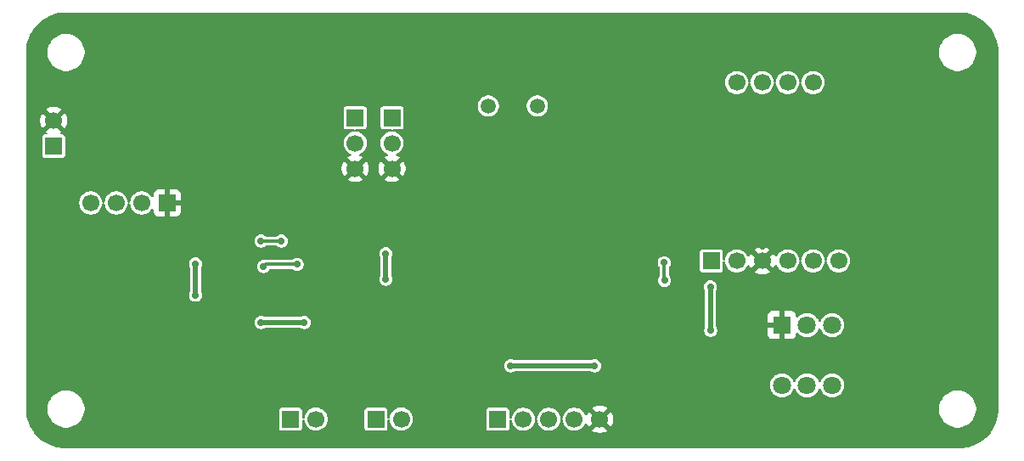
<source format=gbr>
%TF.GenerationSoftware,KiCad,Pcbnew,9.0.2*%
%TF.CreationDate,2025-06-28T14:17:54-05:00*%
%TF.ProjectId,balance_bot,62616c61-6e63-4655-9f62-6f742e6b6963,rev?*%
%TF.SameCoordinates,Original*%
%TF.FileFunction,Copper,L2,Bot*%
%TF.FilePolarity,Positive*%
%FSLAX46Y46*%
G04 Gerber Fmt 4.6, Leading zero omitted, Abs format (unit mm)*
G04 Created by KiCad (PCBNEW 9.0.2) date 2025-06-28 14:17:54*
%MOMM*%
%LPD*%
G01*
G04 APERTURE LIST*
%TA.AperFunction,ComponentPad*%
%ADD10C,1.700000*%
%TD*%
%TA.AperFunction,ComponentPad*%
%ADD11R,1.700000X1.700000*%
%TD*%
%TA.AperFunction,ComponentPad*%
%ADD12R,1.800000X1.800000*%
%TD*%
%TA.AperFunction,ComponentPad*%
%ADD13C,1.800000*%
%TD*%
%TA.AperFunction,ComponentPad*%
%ADD14C,1.500000*%
%TD*%
%TA.AperFunction,ViaPad*%
%ADD15C,0.700000*%
%TD*%
%TA.AperFunction,Conductor*%
%ADD16C,0.300000*%
%TD*%
%TA.AperFunction,Conductor*%
%ADD17C,0.500000*%
%TD*%
G04 APERTURE END LIST*
D10*
%TO.P,U2,4,EN*%
%TO.N,/VIN*%
X106460000Y-95000000D03*
%TO.P,U2,3,VIN*%
X109000000Y-95000000D03*
%TO.P,U2,2,5V*%
%TO.N,+5V*%
X111540000Y-95000000D03*
D11*
%TO.P,U2,1,GND*%
%TO.N,GND*%
X114080000Y-95000000D03*
%TD*%
%TO.P,J5,1,Pin_1*%
%TO.N,Net-(J5-Pin_1)*%
X134894000Y-116561000D03*
D10*
%TO.P,J5,2,Pin_2*%
%TO.N,Net-(J5-Pin_2)*%
X137434000Y-116561000D03*
%TD*%
D11*
%TO.P,J4,1,Pin_1*%
%TO.N,Net-(J4-Pin_1)*%
X102768400Y-89336800D03*
D10*
%TO.P,J4,2,Pin_2*%
%TO.N,GND*%
X102768400Y-86796800D03*
%TD*%
D11*
%TO.P,J2,1,Pin_1*%
%TO.N,/ENCODER_A*%
X136500000Y-86500000D03*
D10*
%TO.P,J2,2,Pin_2*%
%TO.N,+3.3V*%
X136500000Y-89040000D03*
%TO.P,J2,3,Pin_3*%
%TO.N,GND*%
X136500000Y-91580000D03*
%TD*%
D11*
%TO.P,J6,1,Pin_1*%
%TO.N,Net-(J6-Pin_1)*%
X126394000Y-116561000D03*
D10*
%TO.P,J6,2,Pin_2*%
%TO.N,Net-(J6-Pin_2)*%
X128934000Y-116561000D03*
%TD*%
D12*
%TO.P,SW1,1,1*%
%TO.N,GND*%
X175390800Y-107188000D03*
D13*
%TO.P,SW1,2,2*%
%TO.N,/NRST*%
X177890800Y-107188000D03*
%TO.P,SW1,3*%
%TO.N,N/C*%
X180390800Y-107188000D03*
%TO.P,SW1,4*%
X175390800Y-113188000D03*
%TO.P,SW1,5*%
X177890800Y-113188000D03*
%TO.P,SW1,6*%
X180390800Y-113188000D03*
%TD*%
D11*
%TO.P,J1,1,Pin_1*%
%TO.N,/ENCODER_B*%
X132842000Y-86500000D03*
D10*
%TO.P,J1,2,Pin_2*%
%TO.N,+3.3V*%
X132842000Y-89040000D03*
%TO.P,J1,3,Pin_3*%
%TO.N,GND*%
X132842000Y-91580000D03*
%TD*%
D11*
%TO.P,U5,1,VIN*%
%TO.N,+5V*%
X168340000Y-100780000D03*
D10*
%TO.P,U5,2,3VO*%
%TO.N,unconnected-(U5-3VO-Pad2)*%
X170880000Y-100780000D03*
%TO.P,U5,3,GND*%
%TO.N,GND*%
X173420000Y-100780000D03*
%TO.P,U5,4,SDA*%
%TO.N,/I2C1_SDA*%
X175960000Y-100780000D03*
%TO.P,U5,5,SCL*%
%TO.N,/I2C1_SCL*%
X178500000Y-100780000D03*
%TO.P,U5,6,RST*%
%TO.N,unconnected-(U5-RST-Pad6)*%
X181040000Y-100780000D03*
%TO.P,U5,7,INT*%
%TO.N,unconnected-(U5-INT-Pad7)*%
X178500000Y-83000000D03*
%TO.P,U5,8,ADDR*%
%TO.N,unconnected-(U5-ADDR-Pad8)*%
X175960000Y-83000000D03*
%TO.P,U5,9,PS1*%
%TO.N,unconnected-(U5-PS1-Pad9)*%
X173420000Y-83000000D03*
%TO.P,U5,10,PS0*%
%TO.N,unconnected-(U5-PS0-Pad10)*%
X170880000Y-83000000D03*
%TD*%
D14*
%TO.P,Y1,1,1*%
%TO.N,/HSE_IN*%
X151000000Y-85340000D03*
%TO.P,Y1,2,2*%
%TO.N,/HSE_OUT*%
X146120000Y-85340000D03*
%TD*%
D11*
%TO.P,J3,1,Pin_1*%
%TO.N,+3.3V*%
X147066000Y-116586000D03*
D10*
%TO.P,J3,2,Pin_2*%
%TO.N,/SWDIO*%
X149606000Y-116586000D03*
%TO.P,J3,3,Pin_3*%
%TO.N,/NRST*%
X152146000Y-116586000D03*
%TO.P,J3,4,Pin_4*%
%TO.N,/SWCLK*%
X154686000Y-116586000D03*
%TO.P,J3,5,Pin_5*%
%TO.N,GND*%
X157226000Y-116586000D03*
%TD*%
D15*
%TO.N,GND*%
X168808400Y-111226600D03*
X111810800Y-91008200D03*
X111810800Y-89763600D03*
X111810800Y-88519000D03*
X111810800Y-86918800D03*
X173482000Y-99314000D03*
X132334000Y-102108000D03*
X142748000Y-106172000D03*
X121920000Y-97131500D03*
X130810000Y-105410000D03*
X150622000Y-103886000D03*
X144272000Y-88646000D03*
X130810000Y-102108000D03*
X138938000Y-91694000D03*
X144018000Y-102870000D03*
X158750000Y-114808000D03*
X156210000Y-94234000D03*
X158496000Y-103886000D03*
X165176200Y-108915200D03*
X126492000Y-87376000D03*
X160528000Y-98806000D03*
X149606000Y-91186000D03*
%TO.N,+3.3V*%
X116916200Y-104216200D03*
X116916200Y-101092000D03*
X163677600Y-102731800D03*
X163652200Y-100965000D03*
%TO.N,+5V*%
X127762000Y-106934000D03*
X168249600Y-103352600D03*
X156718000Y-111252000D03*
X135890000Y-100076000D03*
X148336000Y-111252000D03*
X135890000Y-102616000D03*
X123444000Y-106934000D03*
X168275000Y-107696000D03*
%TO.N,Net-(U4-AISEN)*%
X123444000Y-98806000D03*
X125476000Y-98806000D03*
%TO.N,Net-(U4-BISEN)*%
X123698000Y-101346000D03*
X127047275Y-101139275D03*
%TD*%
D16*
%TO.N,+3.3V*%
X163652200Y-102706400D02*
X163677600Y-102731800D01*
D17*
X116916200Y-101092000D02*
X116916200Y-104216200D01*
D16*
X163652200Y-100965000D02*
X163652200Y-102706400D01*
D17*
%TO.N,+5V*%
X168275000Y-107696000D02*
X168275000Y-103378000D01*
X156718000Y-111252000D02*
X148336000Y-111252000D01*
X135890000Y-102616000D02*
X135890000Y-100076000D01*
X168275000Y-103378000D02*
X168249600Y-103352600D01*
X123444000Y-106934000D02*
X127762000Y-106934000D01*
D16*
%TO.N,Net-(U4-AISEN)*%
X123444000Y-98806000D02*
X125476000Y-98806000D01*
%TO.N,Net-(U4-BISEN)*%
X127047275Y-101139275D02*
X123904725Y-101139275D01*
X123904725Y-101139275D02*
X123698000Y-101346000D01*
%TD*%
%TA.AperFunction,Conductor*%
%TO.N,GND*%
G36*
X193002855Y-76000632D02*
G01*
X193363310Y-76017296D01*
X193374700Y-76018352D01*
X193729238Y-76067808D01*
X193740482Y-76069910D01*
X194088944Y-76151867D01*
X194099934Y-76154994D01*
X194439368Y-76268761D01*
X194450022Y-76272889D01*
X194777488Y-76417479D01*
X194787735Y-76422581D01*
X195100452Y-76596765D01*
X195110190Y-76602794D01*
X195405512Y-76805093D01*
X195414652Y-76811996D01*
X195690035Y-77040671D01*
X195698499Y-77048387D01*
X195951612Y-77301500D01*
X195959328Y-77309964D01*
X196188003Y-77585347D01*
X196194906Y-77594487D01*
X196397205Y-77889809D01*
X196403234Y-77899547D01*
X196577418Y-78212264D01*
X196582523Y-78222517D01*
X196686528Y-78458067D01*
X196727105Y-78549964D01*
X196731243Y-78560644D01*
X196845001Y-78900052D01*
X196848135Y-78911068D01*
X196930087Y-79259509D01*
X196932192Y-79270768D01*
X196981646Y-79625292D01*
X196982703Y-79636696D01*
X196999368Y-79997144D01*
X196999500Y-80002871D01*
X196999500Y-115497128D01*
X196999368Y-115502855D01*
X196982703Y-115863303D01*
X196981646Y-115874707D01*
X196932192Y-116229231D01*
X196930087Y-116240490D01*
X196848135Y-116588931D01*
X196845001Y-116599947D01*
X196731243Y-116939355D01*
X196727105Y-116950035D01*
X196582523Y-117277482D01*
X196577418Y-117287735D01*
X196403234Y-117600452D01*
X196397205Y-117610190D01*
X196194906Y-117905512D01*
X196188003Y-117914652D01*
X195959328Y-118190035D01*
X195951612Y-118198499D01*
X195698499Y-118451612D01*
X195690035Y-118459328D01*
X195414652Y-118688003D01*
X195405512Y-118694906D01*
X195110190Y-118897205D01*
X195100452Y-118903234D01*
X194787735Y-119077418D01*
X194777482Y-119082523D01*
X194450035Y-119227105D01*
X194439355Y-119231243D01*
X194099947Y-119345001D01*
X194088931Y-119348135D01*
X193740490Y-119430087D01*
X193729231Y-119432192D01*
X193374707Y-119481646D01*
X193363303Y-119482703D01*
X193002855Y-119499368D01*
X192997128Y-119499500D01*
X104002872Y-119499500D01*
X103997145Y-119499368D01*
X103636696Y-119482703D01*
X103625292Y-119481646D01*
X103270768Y-119432192D01*
X103259509Y-119430087D01*
X102911068Y-119348135D01*
X102900052Y-119345001D01*
X102560644Y-119231243D01*
X102549964Y-119227105D01*
X102222517Y-119082523D01*
X102212264Y-119077418D01*
X101899547Y-118903234D01*
X101889809Y-118897205D01*
X101594487Y-118694906D01*
X101585347Y-118688003D01*
X101309964Y-118459328D01*
X101301500Y-118451612D01*
X101048387Y-118198499D01*
X101040671Y-118190035D01*
X100811994Y-117914649D01*
X100805093Y-117905512D01*
X100602794Y-117610190D01*
X100596765Y-117600452D01*
X100449183Y-117335494D01*
X100422579Y-117287731D01*
X100417476Y-117277482D01*
X100378405Y-117188994D01*
X100272889Y-116950022D01*
X100268761Y-116939368D01*
X100154994Y-116599934D01*
X100151867Y-116588944D01*
X100069910Y-116240482D01*
X100067807Y-116229231D01*
X100057606Y-116156104D01*
X100018352Y-115874700D01*
X100017296Y-115863303D01*
X100014901Y-115811505D01*
X100000632Y-115502855D01*
X100000500Y-115497128D01*
X100000500Y-115438711D01*
X102149500Y-115438711D01*
X102149500Y-115681288D01*
X102181161Y-115921785D01*
X102243947Y-116156104D01*
X102310423Y-116316591D01*
X102336776Y-116380212D01*
X102458064Y-116590289D01*
X102458066Y-116590292D01*
X102458067Y-116590293D01*
X102605733Y-116782736D01*
X102605739Y-116782743D01*
X102777256Y-116954260D01*
X102777262Y-116954265D01*
X102969711Y-117101936D01*
X103179788Y-117223224D01*
X103403900Y-117316054D01*
X103638211Y-117378838D01*
X103818586Y-117402584D01*
X103878711Y-117410500D01*
X103878712Y-117410500D01*
X104121289Y-117410500D01*
X104169388Y-117404167D01*
X104361789Y-117378838D01*
X104596100Y-117316054D01*
X104820212Y-117223224D01*
X105030289Y-117101936D01*
X105222738Y-116954265D01*
X105394265Y-116782738D01*
X105541936Y-116590289D01*
X105663224Y-116380212D01*
X105756054Y-116156100D01*
X105818838Y-115921789D01*
X105850500Y-115681288D01*
X105850500Y-115666131D01*
X125243500Y-115666131D01*
X125243500Y-117455856D01*
X125243502Y-117455882D01*
X125246413Y-117480987D01*
X125246415Y-117480991D01*
X125291793Y-117583764D01*
X125291794Y-117583765D01*
X125371235Y-117663206D01*
X125474009Y-117708585D01*
X125499135Y-117711500D01*
X127288864Y-117711499D01*
X127288879Y-117711497D01*
X127288882Y-117711497D01*
X127313987Y-117708586D01*
X127313988Y-117708585D01*
X127313991Y-117708585D01*
X127416765Y-117663206D01*
X127496206Y-117583765D01*
X127541585Y-117480991D01*
X127544500Y-117455865D01*
X127544499Y-116718125D01*
X127564183Y-116651089D01*
X127616987Y-116605334D01*
X127686146Y-116595390D01*
X127749702Y-116624415D01*
X127787476Y-116683193D01*
X127790972Y-116698729D01*
X127811829Y-116830410D01*
X127867787Y-117002636D01*
X127867788Y-117002639D01*
X127950006Y-117163997D01*
X128056441Y-117310494D01*
X128056445Y-117310499D01*
X128184500Y-117438554D01*
X128184505Y-117438558D01*
X128312287Y-117531396D01*
X128331006Y-117544996D01*
X128407094Y-117583765D01*
X128492360Y-117627211D01*
X128492363Y-117627212D01*
X128569304Y-117652211D01*
X128664591Y-117683171D01*
X128747429Y-117696291D01*
X128843449Y-117711500D01*
X128843454Y-117711500D01*
X129024551Y-117711500D01*
X129111259Y-117697765D01*
X129203409Y-117683171D01*
X129375639Y-117627211D01*
X129536994Y-117544996D01*
X129683501Y-117438553D01*
X129811553Y-117310501D01*
X129917996Y-117163994D01*
X130000211Y-117002639D01*
X130056171Y-116830409D01*
X130070765Y-116738259D01*
X130084500Y-116651551D01*
X130084500Y-116470448D01*
X130068019Y-116366397D01*
X130056171Y-116291591D01*
X130016556Y-116169666D01*
X130000212Y-116119363D01*
X130000211Y-116119360D01*
X129971740Y-116063484D01*
X129917996Y-115958006D01*
X129860195Y-115878449D01*
X129811558Y-115811505D01*
X129811554Y-115811500D01*
X129683499Y-115683445D01*
X129683494Y-115683441D01*
X129659669Y-115666131D01*
X133743500Y-115666131D01*
X133743500Y-117455856D01*
X133743502Y-117455882D01*
X133746413Y-117480987D01*
X133746415Y-117480991D01*
X133791793Y-117583764D01*
X133791794Y-117583765D01*
X133871235Y-117663206D01*
X133974009Y-117708585D01*
X133999135Y-117711500D01*
X135788864Y-117711499D01*
X135788879Y-117711497D01*
X135788882Y-117711497D01*
X135813987Y-117708586D01*
X135813988Y-117708585D01*
X135813991Y-117708585D01*
X135916765Y-117663206D01*
X135996206Y-117583765D01*
X136041585Y-117480991D01*
X136044500Y-117455865D01*
X136044499Y-116718125D01*
X136064183Y-116651089D01*
X136116987Y-116605334D01*
X136186146Y-116595390D01*
X136249702Y-116624415D01*
X136287476Y-116683193D01*
X136290972Y-116698729D01*
X136311829Y-116830410D01*
X136367787Y-117002636D01*
X136367788Y-117002639D01*
X136450006Y-117163997D01*
X136556441Y-117310494D01*
X136556445Y-117310499D01*
X136684500Y-117438554D01*
X136684505Y-117438558D01*
X136812287Y-117531396D01*
X136831006Y-117544996D01*
X136907094Y-117583765D01*
X136992360Y-117627211D01*
X136992363Y-117627212D01*
X137069304Y-117652211D01*
X137164591Y-117683171D01*
X137247429Y-117696291D01*
X137343449Y-117711500D01*
X137343454Y-117711500D01*
X137524551Y-117711500D01*
X137611259Y-117697765D01*
X137703409Y-117683171D01*
X137875639Y-117627211D01*
X138036994Y-117544996D01*
X138183501Y-117438553D01*
X138311553Y-117310501D01*
X138417996Y-117163994D01*
X138500211Y-117002639D01*
X138556171Y-116830409D01*
X138570765Y-116738259D01*
X138584500Y-116651551D01*
X138584500Y-116470448D01*
X138568019Y-116366397D01*
X138556171Y-116291591D01*
X138516556Y-116169666D01*
X138500212Y-116119363D01*
X138500211Y-116119360D01*
X138471740Y-116063484D01*
X138417996Y-115958006D01*
X138360195Y-115878449D01*
X138311558Y-115811505D01*
X138311554Y-115811500D01*
X138191185Y-115691131D01*
X145915500Y-115691131D01*
X145915500Y-117480856D01*
X145915502Y-117480882D01*
X145918413Y-117505987D01*
X145918415Y-117505991D01*
X145963793Y-117608764D01*
X145963794Y-117608765D01*
X146043235Y-117688206D01*
X146146009Y-117733585D01*
X146171135Y-117736500D01*
X147960864Y-117736499D01*
X147960879Y-117736497D01*
X147960882Y-117736497D01*
X147985987Y-117733586D01*
X147985988Y-117733585D01*
X147985991Y-117733585D01*
X148088765Y-117688206D01*
X148168206Y-117608765D01*
X148213585Y-117505991D01*
X148216500Y-117480865D01*
X148216499Y-116743125D01*
X148236183Y-116676089D01*
X148288987Y-116630334D01*
X148358146Y-116620390D01*
X148421702Y-116649415D01*
X148459476Y-116708193D01*
X148462972Y-116723729D01*
X148483829Y-116855410D01*
X148539787Y-117027636D01*
X148539788Y-117027639D01*
X148595664Y-117137300D01*
X148609267Y-117163997D01*
X148622006Y-117188997D01*
X148728441Y-117335494D01*
X148728445Y-117335499D01*
X148856500Y-117463554D01*
X148856505Y-117463558D01*
X148968592Y-117544993D01*
X149003006Y-117569996D01*
X149079094Y-117608765D01*
X149164360Y-117652211D01*
X149164363Y-117652212D01*
X149250476Y-117680191D01*
X149336591Y-117708171D01*
X149419429Y-117721291D01*
X149515449Y-117736500D01*
X149515454Y-117736500D01*
X149696551Y-117736500D01*
X149783259Y-117722765D01*
X149875409Y-117708171D01*
X150047639Y-117652211D01*
X150208994Y-117569996D01*
X150355501Y-117463553D01*
X150483553Y-117335501D01*
X150589996Y-117188994D01*
X150672211Y-117027639D01*
X150728171Y-116855409D01*
X150742422Y-116765425D01*
X150753527Y-116695321D01*
X150783456Y-116632186D01*
X150842768Y-116595255D01*
X150912630Y-116596253D01*
X150970863Y-116634863D01*
X150998473Y-116695321D01*
X151023829Y-116855410D01*
X151079787Y-117027636D01*
X151079788Y-117027639D01*
X151135664Y-117137300D01*
X151149267Y-117163997D01*
X151162006Y-117188997D01*
X151268441Y-117335494D01*
X151268445Y-117335499D01*
X151396500Y-117463554D01*
X151396505Y-117463558D01*
X151508592Y-117544993D01*
X151543006Y-117569996D01*
X151619094Y-117608765D01*
X151704360Y-117652211D01*
X151704363Y-117652212D01*
X151790476Y-117680191D01*
X151876591Y-117708171D01*
X151959429Y-117721291D01*
X152055449Y-117736500D01*
X152055454Y-117736500D01*
X152236551Y-117736500D01*
X152323259Y-117722765D01*
X152415409Y-117708171D01*
X152587639Y-117652211D01*
X152748994Y-117569996D01*
X152895501Y-117463553D01*
X153023553Y-117335501D01*
X153129996Y-117188994D01*
X153212211Y-117027639D01*
X153268171Y-116855409D01*
X153282422Y-116765425D01*
X153293527Y-116695321D01*
X153323456Y-116632186D01*
X153382768Y-116595255D01*
X153452630Y-116596253D01*
X153510863Y-116634863D01*
X153538473Y-116695321D01*
X153563829Y-116855410D01*
X153619787Y-117027636D01*
X153619788Y-117027639D01*
X153675664Y-117137300D01*
X153689267Y-117163997D01*
X153702006Y-117188997D01*
X153808441Y-117335494D01*
X153808445Y-117335499D01*
X153936500Y-117463554D01*
X153936505Y-117463558D01*
X154048592Y-117544993D01*
X154083006Y-117569996D01*
X154159094Y-117608765D01*
X154244360Y-117652211D01*
X154244363Y-117652212D01*
X154330476Y-117680191D01*
X154416591Y-117708171D01*
X154499429Y-117721291D01*
X154595449Y-117736500D01*
X154595454Y-117736500D01*
X154776551Y-117736500D01*
X154863259Y-117722765D01*
X154955409Y-117708171D01*
X155127639Y-117652211D01*
X155288994Y-117569996D01*
X155411500Y-117480991D01*
X155435495Y-117463558D01*
X155435497Y-117463555D01*
X155435501Y-117463553D01*
X155563553Y-117335501D01*
X155669996Y-117188994D01*
X155737090Y-117057314D01*
X155785065Y-117006519D01*
X155852886Y-116989724D01*
X155919021Y-117012262D01*
X155962472Y-117066977D01*
X155965506Y-117075292D01*
X155974904Y-117104217D01*
X156071375Y-117293550D01*
X156110728Y-117347716D01*
X156743037Y-116715408D01*
X156760075Y-116778993D01*
X156825901Y-116893007D01*
X156918993Y-116986099D01*
X157033007Y-117051925D01*
X157096590Y-117068962D01*
X156464282Y-117701269D01*
X156464282Y-117701270D01*
X156518449Y-117740624D01*
X156707782Y-117837095D01*
X156909870Y-117902757D01*
X157119754Y-117936000D01*
X157332246Y-117936000D01*
X157542127Y-117902757D01*
X157542130Y-117902757D01*
X157744217Y-117837095D01*
X157933554Y-117740622D01*
X157987716Y-117701270D01*
X157987717Y-117701270D01*
X157355408Y-117068962D01*
X157418993Y-117051925D01*
X157533007Y-116986099D01*
X157626099Y-116893007D01*
X157691925Y-116778993D01*
X157708962Y-116715409D01*
X158341270Y-117347717D01*
X158341270Y-117347716D01*
X158380622Y-117293554D01*
X158477095Y-117104217D01*
X158542757Y-116902130D01*
X158542757Y-116902127D01*
X158576000Y-116692246D01*
X158576000Y-116479753D01*
X158542757Y-116269872D01*
X158542757Y-116269869D01*
X158477095Y-116067782D01*
X158380624Y-115878449D01*
X158341270Y-115824282D01*
X158341269Y-115824282D01*
X157708962Y-116456590D01*
X157691925Y-116393007D01*
X157626099Y-116278993D01*
X157533007Y-116185901D01*
X157418993Y-116120075D01*
X157355409Y-116103037D01*
X157987716Y-115470728D01*
X157943647Y-115438711D01*
X191049500Y-115438711D01*
X191049500Y-115681288D01*
X191081161Y-115921785D01*
X191143947Y-116156104D01*
X191210423Y-116316591D01*
X191236776Y-116380212D01*
X191358064Y-116590289D01*
X191358066Y-116590292D01*
X191358067Y-116590293D01*
X191505733Y-116782736D01*
X191505739Y-116782743D01*
X191677256Y-116954260D01*
X191677262Y-116954265D01*
X191869711Y-117101936D01*
X192079788Y-117223224D01*
X192303900Y-117316054D01*
X192538211Y-117378838D01*
X192718586Y-117402584D01*
X192778711Y-117410500D01*
X192778712Y-117410500D01*
X193021289Y-117410500D01*
X193069388Y-117404167D01*
X193261789Y-117378838D01*
X193496100Y-117316054D01*
X193720212Y-117223224D01*
X193930289Y-117101936D01*
X194122738Y-116954265D01*
X194294265Y-116782738D01*
X194441936Y-116590289D01*
X194563224Y-116380212D01*
X194656054Y-116156100D01*
X194718838Y-115921789D01*
X194750500Y-115681288D01*
X194750500Y-115438712D01*
X194750077Y-115435502D01*
X194718838Y-115198214D01*
X194718838Y-115198211D01*
X194656054Y-114963900D01*
X194563224Y-114739788D01*
X194441936Y-114529711D01*
X194294265Y-114337262D01*
X194294260Y-114337256D01*
X194122743Y-114165739D01*
X194122736Y-114165733D01*
X193930293Y-114018067D01*
X193930292Y-114018066D01*
X193930289Y-114018064D01*
X193720212Y-113896776D01*
X193720205Y-113896773D01*
X193496104Y-113803947D01*
X193261785Y-113741161D01*
X193021289Y-113709500D01*
X193021288Y-113709500D01*
X192778712Y-113709500D01*
X192778711Y-113709500D01*
X192538214Y-113741161D01*
X192303895Y-113803947D01*
X192079794Y-113896773D01*
X192079785Y-113896777D01*
X191869706Y-114018067D01*
X191677263Y-114165733D01*
X191677256Y-114165739D01*
X191505739Y-114337256D01*
X191505733Y-114337263D01*
X191358067Y-114529706D01*
X191236777Y-114739785D01*
X191236773Y-114739794D01*
X191143947Y-114963895D01*
X191081161Y-115198214D01*
X191049500Y-115438711D01*
X157943647Y-115438711D01*
X157933550Y-115431375D01*
X157744217Y-115334904D01*
X157542129Y-115269242D01*
X157332246Y-115236000D01*
X157119754Y-115236000D01*
X156909872Y-115269242D01*
X156909869Y-115269242D01*
X156707782Y-115334904D01*
X156518439Y-115431380D01*
X156464282Y-115470727D01*
X156464282Y-115470728D01*
X157096591Y-116103037D01*
X157033007Y-116120075D01*
X156918993Y-116185901D01*
X156825901Y-116278993D01*
X156760075Y-116393007D01*
X156743037Y-116456591D01*
X156110728Y-115824282D01*
X156110727Y-115824282D01*
X156071380Y-115878439D01*
X155974905Y-116067781D01*
X155965506Y-116096708D01*
X155926068Y-116154383D01*
X155861709Y-116181581D01*
X155792862Y-116169666D01*
X155741387Y-116122421D01*
X155737090Y-116114684D01*
X155713191Y-116067781D01*
X155669996Y-115983006D01*
X155651830Y-115958002D01*
X155563558Y-115836505D01*
X155563554Y-115836500D01*
X155435499Y-115708445D01*
X155435494Y-115708441D01*
X155311432Y-115618305D01*
X155288996Y-115602005D01*
X155127639Y-115519788D01*
X155127636Y-115519787D01*
X154955410Y-115463829D01*
X154776551Y-115435500D01*
X154776546Y-115435500D01*
X154595454Y-115435500D01*
X154595449Y-115435500D01*
X154416589Y-115463829D01*
X154244363Y-115519787D01*
X154244360Y-115519788D01*
X154083002Y-115602006D01*
X153936505Y-115708441D01*
X153936500Y-115708445D01*
X153808445Y-115836500D01*
X153808441Y-115836505D01*
X153702006Y-115983002D01*
X153619788Y-116144360D01*
X153619787Y-116144363D01*
X153563829Y-116316589D01*
X153538473Y-116476678D01*
X153508544Y-116539813D01*
X153449232Y-116576744D01*
X153379369Y-116575746D01*
X153321137Y-116537136D01*
X153293527Y-116476678D01*
X153278248Y-116380214D01*
X153268171Y-116316591D01*
X153225708Y-116185901D01*
X153212212Y-116144363D01*
X153212211Y-116144360D01*
X153173191Y-116067781D01*
X153129996Y-115983006D01*
X153111830Y-115958002D01*
X153023558Y-115836505D01*
X153023554Y-115836500D01*
X152895499Y-115708445D01*
X152895494Y-115708441D01*
X152748997Y-115602006D01*
X152748996Y-115602005D01*
X152748994Y-115602004D01*
X152672906Y-115563235D01*
X152587639Y-115519788D01*
X152587636Y-115519787D01*
X152415410Y-115463829D01*
X152236551Y-115435500D01*
X152236546Y-115435500D01*
X152055454Y-115435500D01*
X152055449Y-115435500D01*
X151876589Y-115463829D01*
X151704363Y-115519787D01*
X151704360Y-115519788D01*
X151543002Y-115602006D01*
X151396505Y-115708441D01*
X151396500Y-115708445D01*
X151268445Y-115836500D01*
X151268441Y-115836505D01*
X151162006Y-115983002D01*
X151079788Y-116144360D01*
X151079787Y-116144363D01*
X151023829Y-116316589D01*
X150998473Y-116476678D01*
X150968544Y-116539813D01*
X150909232Y-116576744D01*
X150839369Y-116575746D01*
X150781137Y-116537136D01*
X150753527Y-116476678D01*
X150738248Y-116380214D01*
X150728171Y-116316591D01*
X150685708Y-116185901D01*
X150672212Y-116144363D01*
X150672211Y-116144360D01*
X150633191Y-116067781D01*
X150589996Y-115983006D01*
X150571830Y-115958002D01*
X150483558Y-115836505D01*
X150483554Y-115836500D01*
X150355499Y-115708445D01*
X150355494Y-115708441D01*
X150208997Y-115602006D01*
X150208996Y-115602005D01*
X150208994Y-115602004D01*
X150132906Y-115563235D01*
X150047639Y-115519788D01*
X150047636Y-115519787D01*
X149875410Y-115463829D01*
X149696551Y-115435500D01*
X149696546Y-115435500D01*
X149515454Y-115435500D01*
X149515449Y-115435500D01*
X149336589Y-115463829D01*
X149164363Y-115519787D01*
X149164360Y-115519788D01*
X149003002Y-115602006D01*
X148856505Y-115708441D01*
X148856500Y-115708445D01*
X148728445Y-115836500D01*
X148728441Y-115836505D01*
X148622006Y-115983002D01*
X148539788Y-116144360D01*
X148539787Y-116144363D01*
X148483829Y-116316589D01*
X148462972Y-116448271D01*
X148433042Y-116511405D01*
X148373731Y-116548336D01*
X148303868Y-116547338D01*
X148245636Y-116508728D01*
X148217522Y-116444764D01*
X148216499Y-116428872D01*
X148216499Y-115691143D01*
X148216499Y-115691136D01*
X148216497Y-115691117D01*
X148213586Y-115666012D01*
X148213585Y-115666010D01*
X148213585Y-115666009D01*
X148168206Y-115563235D01*
X148088765Y-115483794D01*
X148088763Y-115483793D01*
X147985992Y-115438415D01*
X147960865Y-115435500D01*
X146171143Y-115435500D01*
X146171117Y-115435502D01*
X146146012Y-115438413D01*
X146146008Y-115438415D01*
X146043235Y-115483793D01*
X145963794Y-115563234D01*
X145918415Y-115666006D01*
X145918415Y-115666008D01*
X145915500Y-115691131D01*
X138191185Y-115691131D01*
X138183499Y-115683445D01*
X138183494Y-115683441D01*
X138036997Y-115577006D01*
X138036996Y-115577005D01*
X138036994Y-115577004D01*
X137960906Y-115538235D01*
X137875639Y-115494788D01*
X137875636Y-115494787D01*
X137703410Y-115438829D01*
X137524551Y-115410500D01*
X137524546Y-115410500D01*
X137343454Y-115410500D01*
X137343449Y-115410500D01*
X137164589Y-115438829D01*
X136992363Y-115494787D01*
X136992360Y-115494788D01*
X136831002Y-115577006D01*
X136684505Y-115683441D01*
X136684500Y-115683445D01*
X136556445Y-115811500D01*
X136556441Y-115811505D01*
X136450006Y-115958002D01*
X136367788Y-116119360D01*
X136367787Y-116119363D01*
X136311829Y-116291589D01*
X136290972Y-116423271D01*
X136261042Y-116486405D01*
X136201731Y-116523336D01*
X136131868Y-116522338D01*
X136073636Y-116483728D01*
X136045522Y-116419764D01*
X136044499Y-116403872D01*
X136044499Y-115666143D01*
X136044499Y-115666136D01*
X136044484Y-115666006D01*
X136041586Y-115641012D01*
X136041585Y-115641010D01*
X136041585Y-115641009D01*
X135996206Y-115538235D01*
X135916765Y-115458794D01*
X135916763Y-115458793D01*
X135813992Y-115413415D01*
X135788865Y-115410500D01*
X133999143Y-115410500D01*
X133999117Y-115410502D01*
X133974012Y-115413413D01*
X133974008Y-115413415D01*
X133871235Y-115458793D01*
X133791794Y-115538234D01*
X133746415Y-115641006D01*
X133746415Y-115641008D01*
X133743500Y-115666131D01*
X129659669Y-115666131D01*
X129536997Y-115577006D01*
X129536996Y-115577005D01*
X129536994Y-115577004D01*
X129460906Y-115538235D01*
X129375639Y-115494788D01*
X129375636Y-115494787D01*
X129203410Y-115438829D01*
X129024551Y-115410500D01*
X129024546Y-115410500D01*
X128843454Y-115410500D01*
X128843449Y-115410500D01*
X128664589Y-115438829D01*
X128492363Y-115494787D01*
X128492360Y-115494788D01*
X128331002Y-115577006D01*
X128184505Y-115683441D01*
X128184500Y-115683445D01*
X128056445Y-115811500D01*
X128056441Y-115811505D01*
X127950006Y-115958002D01*
X127867788Y-116119360D01*
X127867787Y-116119363D01*
X127811829Y-116291589D01*
X127790972Y-116423271D01*
X127761042Y-116486405D01*
X127701731Y-116523336D01*
X127631868Y-116522338D01*
X127573636Y-116483728D01*
X127545522Y-116419764D01*
X127544499Y-116403872D01*
X127544499Y-115666143D01*
X127544499Y-115666136D01*
X127544484Y-115666006D01*
X127541586Y-115641012D01*
X127541585Y-115641010D01*
X127541585Y-115641009D01*
X127496206Y-115538235D01*
X127416765Y-115458794D01*
X127416763Y-115458793D01*
X127313992Y-115413415D01*
X127288865Y-115410500D01*
X125499143Y-115410500D01*
X125499117Y-115410502D01*
X125474012Y-115413413D01*
X125474008Y-115413415D01*
X125371235Y-115458793D01*
X125291794Y-115538234D01*
X125246415Y-115641006D01*
X125246415Y-115641008D01*
X125243500Y-115666131D01*
X105850500Y-115666131D01*
X105850500Y-115438712D01*
X105850077Y-115435502D01*
X105818838Y-115198214D01*
X105818838Y-115198211D01*
X105756054Y-114963900D01*
X105663224Y-114739788D01*
X105541936Y-114529711D01*
X105394265Y-114337262D01*
X105394260Y-114337256D01*
X105222743Y-114165739D01*
X105222736Y-114165733D01*
X105030293Y-114018067D01*
X105030292Y-114018066D01*
X105030289Y-114018064D01*
X104820212Y-113896776D01*
X104820205Y-113896773D01*
X104596104Y-113803947D01*
X104361785Y-113741161D01*
X104121289Y-113709500D01*
X104121288Y-113709500D01*
X103878712Y-113709500D01*
X103878711Y-113709500D01*
X103638214Y-113741161D01*
X103403895Y-113803947D01*
X103179794Y-113896773D01*
X103179785Y-113896777D01*
X102969706Y-114018067D01*
X102777263Y-114165733D01*
X102777256Y-114165739D01*
X102605739Y-114337256D01*
X102605733Y-114337263D01*
X102458067Y-114529706D01*
X102336777Y-114739785D01*
X102336773Y-114739794D01*
X102243947Y-114963895D01*
X102181161Y-115198214D01*
X102149500Y-115438711D01*
X100000500Y-115438711D01*
X100000500Y-113093513D01*
X174190300Y-113093513D01*
X174190300Y-113282486D01*
X174219859Y-113469118D01*
X174278254Y-113648836D01*
X174325297Y-113741162D01*
X174364040Y-113817199D01*
X174475110Y-113970073D01*
X174608727Y-114103690D01*
X174761601Y-114214760D01*
X174841147Y-114255290D01*
X174929963Y-114300545D01*
X174929965Y-114300545D01*
X174929968Y-114300547D01*
X175026297Y-114331846D01*
X175109681Y-114358940D01*
X175296314Y-114388500D01*
X175296319Y-114388500D01*
X175485286Y-114388500D01*
X175671918Y-114358940D01*
X175851632Y-114300547D01*
X176019999Y-114214760D01*
X176172873Y-114103690D01*
X176306490Y-113970073D01*
X176417560Y-113817199D01*
X176503347Y-113648832D01*
X176522869Y-113588748D01*
X176562307Y-113531073D01*
X176626665Y-113503875D01*
X176695512Y-113515790D01*
X176746987Y-113563034D01*
X176758730Y-113588746D01*
X176778253Y-113648832D01*
X176864040Y-113817199D01*
X176975110Y-113970073D01*
X177108727Y-114103690D01*
X177261601Y-114214760D01*
X177341147Y-114255290D01*
X177429963Y-114300545D01*
X177429965Y-114300545D01*
X177429968Y-114300547D01*
X177526297Y-114331846D01*
X177609681Y-114358940D01*
X177796314Y-114388500D01*
X177796319Y-114388500D01*
X177985286Y-114388500D01*
X178171918Y-114358940D01*
X178351632Y-114300547D01*
X178519999Y-114214760D01*
X178672873Y-114103690D01*
X178806490Y-113970073D01*
X178917560Y-113817199D01*
X179003347Y-113648832D01*
X179022869Y-113588748D01*
X179062307Y-113531073D01*
X179126665Y-113503875D01*
X179195512Y-113515790D01*
X179246987Y-113563034D01*
X179258730Y-113588746D01*
X179278253Y-113648832D01*
X179364040Y-113817199D01*
X179475110Y-113970073D01*
X179608727Y-114103690D01*
X179761601Y-114214760D01*
X179841147Y-114255290D01*
X179929963Y-114300545D01*
X179929965Y-114300545D01*
X179929968Y-114300547D01*
X180026297Y-114331846D01*
X180109681Y-114358940D01*
X180296314Y-114388500D01*
X180296319Y-114388500D01*
X180485286Y-114388500D01*
X180671918Y-114358940D01*
X180851632Y-114300547D01*
X181019999Y-114214760D01*
X181172873Y-114103690D01*
X181306490Y-113970073D01*
X181417560Y-113817199D01*
X181503347Y-113648832D01*
X181561740Y-113469118D01*
X181591300Y-113282486D01*
X181591300Y-113093513D01*
X181561740Y-112906881D01*
X181503345Y-112727163D01*
X181417559Y-112558800D01*
X181306490Y-112405927D01*
X181172873Y-112272310D01*
X181019999Y-112161240D01*
X180851636Y-112075454D01*
X180671918Y-112017059D01*
X180485286Y-111987500D01*
X180485281Y-111987500D01*
X180296319Y-111987500D01*
X180296314Y-111987500D01*
X180109681Y-112017059D01*
X179929963Y-112075454D01*
X179761600Y-112161240D01*
X179674379Y-112224610D01*
X179608727Y-112272310D01*
X179608725Y-112272312D01*
X179608724Y-112272312D01*
X179475112Y-112405924D01*
X179475112Y-112405925D01*
X179475110Y-112405927D01*
X179427410Y-112471579D01*
X179364040Y-112558800D01*
X179278254Y-112727163D01*
X179258731Y-112787251D01*
X179219293Y-112844926D01*
X179154934Y-112872124D01*
X179086088Y-112860209D01*
X179034612Y-112812965D01*
X179022869Y-112787251D01*
X179003345Y-112727163D01*
X178917559Y-112558800D01*
X178806490Y-112405927D01*
X178672873Y-112272310D01*
X178519999Y-112161240D01*
X178351636Y-112075454D01*
X178171918Y-112017059D01*
X177985286Y-111987500D01*
X177985281Y-111987500D01*
X177796319Y-111987500D01*
X177796314Y-111987500D01*
X177609681Y-112017059D01*
X177429963Y-112075454D01*
X177261600Y-112161240D01*
X177174379Y-112224610D01*
X177108727Y-112272310D01*
X177108725Y-112272312D01*
X177108724Y-112272312D01*
X176975112Y-112405924D01*
X176975112Y-112405925D01*
X176975110Y-112405927D01*
X176927410Y-112471579D01*
X176864040Y-112558800D01*
X176778254Y-112727163D01*
X176758731Y-112787251D01*
X176719293Y-112844926D01*
X176654934Y-112872124D01*
X176586088Y-112860209D01*
X176534612Y-112812965D01*
X176522869Y-112787251D01*
X176503345Y-112727163D01*
X176417559Y-112558800D01*
X176306490Y-112405927D01*
X176172873Y-112272310D01*
X176019999Y-112161240D01*
X175851636Y-112075454D01*
X175671918Y-112017059D01*
X175485286Y-111987500D01*
X175485281Y-111987500D01*
X175296319Y-111987500D01*
X175296314Y-111987500D01*
X175109681Y-112017059D01*
X174929963Y-112075454D01*
X174761600Y-112161240D01*
X174674379Y-112224610D01*
X174608727Y-112272310D01*
X174608725Y-112272312D01*
X174608724Y-112272312D01*
X174475112Y-112405924D01*
X174475112Y-112405925D01*
X174475110Y-112405927D01*
X174427410Y-112471579D01*
X174364040Y-112558800D01*
X174278254Y-112727163D01*
X174219859Y-112906881D01*
X174190300Y-113093513D01*
X100000500Y-113093513D01*
X100000500Y-111316071D01*
X147685499Y-111316071D01*
X147710497Y-111441738D01*
X147710499Y-111441744D01*
X147759533Y-111560124D01*
X147759538Y-111560133D01*
X147830723Y-111666668D01*
X147830726Y-111666672D01*
X147921327Y-111757273D01*
X147921331Y-111757276D01*
X148027866Y-111828461D01*
X148027872Y-111828464D01*
X148027873Y-111828465D01*
X148146256Y-111877501D01*
X148146260Y-111877501D01*
X148146261Y-111877502D01*
X148271928Y-111902500D01*
X148271931Y-111902500D01*
X148400071Y-111902500D01*
X148484615Y-111885682D01*
X148525744Y-111877501D01*
X148644127Y-111828465D01*
X148651712Y-111823396D01*
X148718389Y-111802520D01*
X148720601Y-111802500D01*
X156333399Y-111802500D01*
X156400438Y-111822185D01*
X156402252Y-111823373D01*
X156409873Y-111828465D01*
X156528256Y-111877501D01*
X156528260Y-111877501D01*
X156528261Y-111877502D01*
X156653928Y-111902500D01*
X156653931Y-111902500D01*
X156782071Y-111902500D01*
X156866615Y-111885682D01*
X156907744Y-111877501D01*
X157026127Y-111828465D01*
X157132669Y-111757276D01*
X157223276Y-111666669D01*
X157294465Y-111560127D01*
X157343501Y-111441744D01*
X157368500Y-111316069D01*
X157368500Y-111187931D01*
X157368500Y-111187928D01*
X157343502Y-111062261D01*
X157343501Y-111062260D01*
X157343501Y-111062256D01*
X157294465Y-110943873D01*
X157294464Y-110943872D01*
X157294461Y-110943866D01*
X157223276Y-110837331D01*
X157223273Y-110837327D01*
X157132672Y-110746726D01*
X157132668Y-110746723D01*
X157026133Y-110675538D01*
X157026124Y-110675533D01*
X156907744Y-110626499D01*
X156907738Y-110626497D01*
X156782071Y-110601500D01*
X156782069Y-110601500D01*
X156653931Y-110601500D01*
X156653929Y-110601500D01*
X156528261Y-110626497D01*
X156528255Y-110626499D01*
X156409876Y-110675533D01*
X156409873Y-110675534D01*
X156409873Y-110675535D01*
X156402287Y-110680603D01*
X156335611Y-110701480D01*
X156333399Y-110701500D01*
X148720601Y-110701500D01*
X148653562Y-110681815D01*
X148651747Y-110680626D01*
X148644127Y-110675535D01*
X148644124Y-110675533D01*
X148644123Y-110675533D01*
X148525744Y-110626499D01*
X148525738Y-110626497D01*
X148400071Y-110601500D01*
X148400069Y-110601500D01*
X148271931Y-110601500D01*
X148271929Y-110601500D01*
X148146261Y-110626497D01*
X148146255Y-110626499D01*
X148027875Y-110675533D01*
X148027866Y-110675538D01*
X147921331Y-110746723D01*
X147921327Y-110746726D01*
X147830726Y-110837327D01*
X147830723Y-110837331D01*
X147759538Y-110943866D01*
X147759533Y-110943875D01*
X147710499Y-111062255D01*
X147710497Y-111062261D01*
X147685500Y-111187928D01*
X147685500Y-111187931D01*
X147685500Y-111316069D01*
X147685500Y-111316071D01*
X147685499Y-111316071D01*
X100000500Y-111316071D01*
X100000500Y-106998071D01*
X122793499Y-106998071D01*
X122818497Y-107123738D01*
X122818499Y-107123744D01*
X122867533Y-107242124D01*
X122867538Y-107242133D01*
X122938723Y-107348668D01*
X122938726Y-107348672D01*
X123029327Y-107439273D01*
X123029331Y-107439276D01*
X123135866Y-107510461D01*
X123135875Y-107510466D01*
X123162692Y-107521574D01*
X123254256Y-107559501D01*
X123254260Y-107559501D01*
X123254261Y-107559502D01*
X123379928Y-107584500D01*
X123379931Y-107584500D01*
X123508071Y-107584500D01*
X123592615Y-107567682D01*
X123633744Y-107559501D01*
X123752127Y-107510465D01*
X123759712Y-107505396D01*
X123826389Y-107484520D01*
X123828601Y-107484500D01*
X127377399Y-107484500D01*
X127444438Y-107504185D01*
X127446252Y-107505373D01*
X127453873Y-107510465D01*
X127572256Y-107559501D01*
X127572260Y-107559501D01*
X127572261Y-107559502D01*
X127697928Y-107584500D01*
X127697931Y-107584500D01*
X127826071Y-107584500D01*
X127910615Y-107567682D01*
X127951744Y-107559501D01*
X128070127Y-107510465D01*
X128176669Y-107439276D01*
X128267276Y-107348669D01*
X128338465Y-107242127D01*
X128387501Y-107123744D01*
X128412500Y-106998069D01*
X128412500Y-106869931D01*
X128412500Y-106869928D01*
X128387502Y-106744261D01*
X128387501Y-106744260D01*
X128387501Y-106744256D01*
X128338465Y-106625873D01*
X128338464Y-106625872D01*
X128338461Y-106625866D01*
X128267276Y-106519331D01*
X128267273Y-106519327D01*
X128176672Y-106428726D01*
X128176668Y-106428723D01*
X128070133Y-106357538D01*
X128070124Y-106357533D01*
X127951744Y-106308499D01*
X127951738Y-106308497D01*
X127826071Y-106283500D01*
X127826069Y-106283500D01*
X127697931Y-106283500D01*
X127697929Y-106283500D01*
X127572261Y-106308497D01*
X127572255Y-106308499D01*
X127453876Y-106357533D01*
X127453873Y-106357534D01*
X127453873Y-106357535D01*
X127446287Y-106362603D01*
X127379611Y-106383480D01*
X127377399Y-106383500D01*
X123828601Y-106383500D01*
X123761562Y-106363815D01*
X123759747Y-106362626D01*
X123752127Y-106357535D01*
X123752124Y-106357533D01*
X123752123Y-106357533D01*
X123633744Y-106308499D01*
X123633738Y-106308497D01*
X123508071Y-106283500D01*
X123508069Y-106283500D01*
X123379931Y-106283500D01*
X123379929Y-106283500D01*
X123254261Y-106308497D01*
X123254255Y-106308499D01*
X123135875Y-106357533D01*
X123135866Y-106357538D01*
X123029331Y-106428723D01*
X123029327Y-106428726D01*
X122938726Y-106519327D01*
X122938723Y-106519331D01*
X122867538Y-106625866D01*
X122867533Y-106625875D01*
X122818499Y-106744255D01*
X122818497Y-106744261D01*
X122793500Y-106869928D01*
X122793500Y-106869931D01*
X122793500Y-106998069D01*
X122793500Y-106998071D01*
X122793499Y-106998071D01*
X100000500Y-106998071D01*
X100000500Y-101156071D01*
X116265699Y-101156071D01*
X116290697Y-101281738D01*
X116290699Y-101281744D01*
X116339733Y-101400124D01*
X116339734Y-101400126D01*
X116339735Y-101400127D01*
X116344800Y-101407708D01*
X116365680Y-101474383D01*
X116365700Y-101476600D01*
X116365700Y-103831598D01*
X116346015Y-103898637D01*
X116344804Y-103900486D01*
X116339734Y-103908072D01*
X116290699Y-104026455D01*
X116290697Y-104026461D01*
X116265700Y-104152128D01*
X116265700Y-104152131D01*
X116265700Y-104280269D01*
X116265700Y-104280271D01*
X116265699Y-104280271D01*
X116290697Y-104405938D01*
X116290699Y-104405944D01*
X116339733Y-104524324D01*
X116339738Y-104524333D01*
X116410923Y-104630868D01*
X116410926Y-104630872D01*
X116501527Y-104721473D01*
X116501531Y-104721476D01*
X116608066Y-104792661D01*
X116608072Y-104792664D01*
X116608073Y-104792665D01*
X116726456Y-104841701D01*
X116726460Y-104841701D01*
X116726461Y-104841702D01*
X116852128Y-104866700D01*
X116852131Y-104866700D01*
X116980271Y-104866700D01*
X117064815Y-104849882D01*
X117105944Y-104841701D01*
X117224327Y-104792665D01*
X117330869Y-104721476D01*
X117421476Y-104630869D01*
X117492665Y-104524327D01*
X117541701Y-104405944D01*
X117566700Y-104280269D01*
X117566700Y-104152131D01*
X117566700Y-104152128D01*
X117541702Y-104026461D01*
X117541701Y-104026460D01*
X117541701Y-104026456D01*
X117492665Y-103908073D01*
X117492665Y-103908072D01*
X117487596Y-103900486D01*
X117466720Y-103833808D01*
X117466700Y-103831598D01*
X117466700Y-103416671D01*
X167599099Y-103416671D01*
X167624097Y-103542338D01*
X167624099Y-103542344D01*
X167673133Y-103660724D01*
X167673135Y-103660727D01*
X167703602Y-103706324D01*
X167724480Y-103773000D01*
X167724500Y-103775215D01*
X167724500Y-107311398D01*
X167704815Y-107378437D01*
X167703604Y-107380286D01*
X167698534Y-107387872D01*
X167649499Y-107506255D01*
X167649497Y-107506261D01*
X167624500Y-107631928D01*
X167624500Y-107631931D01*
X167624500Y-107760069D01*
X167624500Y-107760071D01*
X167624499Y-107760071D01*
X167649497Y-107885738D01*
X167649499Y-107885744D01*
X167698533Y-108004124D01*
X167698538Y-108004133D01*
X167769723Y-108110668D01*
X167769726Y-108110672D01*
X167860327Y-108201273D01*
X167860331Y-108201276D01*
X167966866Y-108272461D01*
X167966872Y-108272464D01*
X167966873Y-108272465D01*
X168085256Y-108321501D01*
X168085260Y-108321501D01*
X168085261Y-108321502D01*
X168210928Y-108346500D01*
X168210931Y-108346500D01*
X168339071Y-108346500D01*
X168423615Y-108329682D01*
X168464744Y-108321501D01*
X168583127Y-108272465D01*
X168689669Y-108201276D01*
X168780276Y-108110669D01*
X168851465Y-108004127D01*
X168900501Y-107885744D01*
X168925500Y-107760069D01*
X168925500Y-107631931D01*
X168925500Y-107631928D01*
X168900502Y-107506261D01*
X168900501Y-107506260D01*
X168900501Y-107506256D01*
X168851465Y-107387873D01*
X168841349Y-107372733D01*
X168837454Y-107364517D01*
X168833352Y-107338624D01*
X168825520Y-107313608D01*
X168825500Y-107311398D01*
X168825500Y-106240155D01*
X173990800Y-106240155D01*
X173990800Y-106938000D01*
X175015522Y-106938000D01*
X174971467Y-107014306D01*
X174940800Y-107128756D01*
X174940800Y-107247244D01*
X174971467Y-107361694D01*
X175015522Y-107438000D01*
X173990800Y-107438000D01*
X173990800Y-108135844D01*
X173997201Y-108195372D01*
X173997203Y-108195379D01*
X174047445Y-108330086D01*
X174047449Y-108330093D01*
X174133609Y-108445187D01*
X174133612Y-108445190D01*
X174248706Y-108531350D01*
X174248713Y-108531354D01*
X174383420Y-108581596D01*
X174383427Y-108581598D01*
X174442955Y-108587999D01*
X174442972Y-108588000D01*
X175140800Y-108588000D01*
X175140800Y-107563277D01*
X175217106Y-107607333D01*
X175331556Y-107638000D01*
X175450044Y-107638000D01*
X175564494Y-107607333D01*
X175640800Y-107563277D01*
X175640800Y-108588000D01*
X176338628Y-108588000D01*
X176338644Y-108587999D01*
X176398172Y-108581598D01*
X176398179Y-108581596D01*
X176532886Y-108531354D01*
X176532893Y-108531350D01*
X176647987Y-108445190D01*
X176647990Y-108445187D01*
X176734150Y-108330093D01*
X176734154Y-108330086D01*
X176784396Y-108195379D01*
X176784398Y-108195372D01*
X176790799Y-108135844D01*
X176790800Y-108135827D01*
X176790800Y-108085125D01*
X176810485Y-108018086D01*
X176863289Y-107972331D01*
X176932447Y-107962387D01*
X176996003Y-107991412D01*
X177002481Y-107997444D01*
X177108727Y-108103690D01*
X177261601Y-108214760D01*
X177341147Y-108255290D01*
X177429963Y-108300545D01*
X177429965Y-108300545D01*
X177429968Y-108300547D01*
X177520879Y-108330086D01*
X177609681Y-108358940D01*
X177796314Y-108388500D01*
X177796319Y-108388500D01*
X177985286Y-108388500D01*
X178171918Y-108358940D01*
X178210204Y-108346500D01*
X178351632Y-108300547D01*
X178519999Y-108214760D01*
X178672873Y-108103690D01*
X178806490Y-107970073D01*
X178917560Y-107817199D01*
X179003347Y-107648832D01*
X179022869Y-107588748D01*
X179062307Y-107531073D01*
X179126665Y-107503875D01*
X179195512Y-107515790D01*
X179246987Y-107563034D01*
X179258730Y-107588746D01*
X179278253Y-107648832D01*
X179364040Y-107817199D01*
X179475110Y-107970073D01*
X179608727Y-108103690D01*
X179761601Y-108214760D01*
X179841147Y-108255290D01*
X179929963Y-108300545D01*
X179929965Y-108300545D01*
X179929968Y-108300547D01*
X180020879Y-108330086D01*
X180109681Y-108358940D01*
X180296314Y-108388500D01*
X180296319Y-108388500D01*
X180485286Y-108388500D01*
X180671918Y-108358940D01*
X180710204Y-108346500D01*
X180851632Y-108300547D01*
X181019999Y-108214760D01*
X181172873Y-108103690D01*
X181306490Y-107970073D01*
X181417560Y-107817199D01*
X181503347Y-107648832D01*
X181561740Y-107469118D01*
X181562502Y-107464306D01*
X181591300Y-107282486D01*
X181591300Y-107093513D01*
X181561740Y-106906881D01*
X181508899Y-106744255D01*
X181503347Y-106727168D01*
X181503345Y-106727165D01*
X181503345Y-106727163D01*
X181417559Y-106558800D01*
X181388880Y-106519327D01*
X181306490Y-106405927D01*
X181172873Y-106272310D01*
X181019999Y-106161240D01*
X180851636Y-106075454D01*
X180671918Y-106017059D01*
X180485286Y-105987500D01*
X180485281Y-105987500D01*
X180296319Y-105987500D01*
X180296314Y-105987500D01*
X180109681Y-106017059D01*
X179929963Y-106075454D01*
X179761600Y-106161240D01*
X179734917Y-106180627D01*
X179608727Y-106272310D01*
X179608725Y-106272312D01*
X179608724Y-106272312D01*
X179475112Y-106405924D01*
X179475112Y-106405925D01*
X179475110Y-106405927D01*
X179427410Y-106471579D01*
X179364040Y-106558800D01*
X179278254Y-106727163D01*
X179258731Y-106787251D01*
X179219293Y-106844926D01*
X179154934Y-106872124D01*
X179086088Y-106860209D01*
X179034612Y-106812965D01*
X179022869Y-106787251D01*
X179008899Y-106744255D01*
X179003347Y-106727168D01*
X179003345Y-106727165D01*
X179003345Y-106727163D01*
X178917559Y-106558800D01*
X178888880Y-106519327D01*
X178806490Y-106405927D01*
X178672873Y-106272310D01*
X178519999Y-106161240D01*
X178351636Y-106075454D01*
X178171918Y-106017059D01*
X177985286Y-105987500D01*
X177985281Y-105987500D01*
X177796319Y-105987500D01*
X177796314Y-105987500D01*
X177609681Y-106017059D01*
X177429963Y-106075454D01*
X177261600Y-106161240D01*
X177234917Y-106180627D01*
X177108727Y-106272310D01*
X177108725Y-106272312D01*
X177108724Y-106272312D01*
X177002481Y-106378556D01*
X176941158Y-106412041D01*
X176871466Y-106407057D01*
X176815533Y-106365185D01*
X176791116Y-106299721D01*
X176790800Y-106290875D01*
X176790800Y-106240172D01*
X176790799Y-106240155D01*
X176784398Y-106180627D01*
X176784396Y-106180620D01*
X176734154Y-106045913D01*
X176734150Y-106045906D01*
X176647990Y-105930812D01*
X176647987Y-105930809D01*
X176532893Y-105844649D01*
X176532886Y-105844645D01*
X176398179Y-105794403D01*
X176398172Y-105794401D01*
X176338644Y-105788000D01*
X175640800Y-105788000D01*
X175640800Y-106812722D01*
X175564494Y-106768667D01*
X175450044Y-106738000D01*
X175331556Y-106738000D01*
X175217106Y-106768667D01*
X175140800Y-106812722D01*
X175140800Y-105788000D01*
X174442955Y-105788000D01*
X174383427Y-105794401D01*
X174383420Y-105794403D01*
X174248713Y-105844645D01*
X174248706Y-105844649D01*
X174133612Y-105930809D01*
X174133609Y-105930812D01*
X174047449Y-106045906D01*
X174047445Y-106045913D01*
X173997203Y-106180620D01*
X173997201Y-106180627D01*
X173990800Y-106240155D01*
X168825500Y-106240155D01*
X168825500Y-103686756D01*
X168834939Y-103639303D01*
X168875101Y-103542344D01*
X168900100Y-103416669D01*
X168900100Y-103288531D01*
X168900100Y-103288528D01*
X168875102Y-103162861D01*
X168875101Y-103162860D01*
X168875101Y-103162856D01*
X168826065Y-103044473D01*
X168826064Y-103044472D01*
X168826061Y-103044466D01*
X168754876Y-102937931D01*
X168754873Y-102937927D01*
X168664272Y-102847326D01*
X168664268Y-102847323D01*
X168557733Y-102776138D01*
X168557724Y-102776133D01*
X168439344Y-102727099D01*
X168439338Y-102727097D01*
X168313671Y-102702100D01*
X168313669Y-102702100D01*
X168185531Y-102702100D01*
X168185529Y-102702100D01*
X168059861Y-102727097D01*
X168059855Y-102727099D01*
X167941475Y-102776133D01*
X167941466Y-102776138D01*
X167834931Y-102847323D01*
X167834927Y-102847326D01*
X167744326Y-102937927D01*
X167744323Y-102937931D01*
X167673138Y-103044466D01*
X167673133Y-103044475D01*
X167624099Y-103162855D01*
X167624097Y-103162861D01*
X167599100Y-103288528D01*
X167599100Y-103288531D01*
X167599100Y-103416669D01*
X167599100Y-103416671D01*
X167599099Y-103416671D01*
X117466700Y-103416671D01*
X117466700Y-101476600D01*
X117475235Y-101431391D01*
X117480131Y-101418883D01*
X117486020Y-101410071D01*
X123047499Y-101410071D01*
X123072497Y-101535738D01*
X123072499Y-101535744D01*
X123121533Y-101654124D01*
X123121538Y-101654133D01*
X123192723Y-101760668D01*
X123192726Y-101760672D01*
X123283327Y-101851273D01*
X123283331Y-101851276D01*
X123389866Y-101922461D01*
X123389872Y-101922464D01*
X123389873Y-101922465D01*
X123508256Y-101971501D01*
X123508260Y-101971501D01*
X123508261Y-101971502D01*
X123633928Y-101996500D01*
X123633931Y-101996500D01*
X123762071Y-101996500D01*
X123846615Y-101979682D01*
X123887744Y-101971501D01*
X124006127Y-101922465D01*
X124112669Y-101851276D01*
X124203276Y-101760669D01*
X124260597Y-101674882D01*
X124277850Y-101649062D01*
X124279134Y-101649920D01*
X124322785Y-101605480D01*
X124383185Y-101589775D01*
X126526467Y-101589775D01*
X126593506Y-101609460D01*
X126614148Y-101626094D01*
X126632602Y-101644548D01*
X126632606Y-101644551D01*
X126739141Y-101715736D01*
X126739147Y-101715739D01*
X126739148Y-101715740D01*
X126857531Y-101764776D01*
X126857535Y-101764776D01*
X126857536Y-101764777D01*
X126983203Y-101789775D01*
X126983206Y-101789775D01*
X127111346Y-101789775D01*
X127195890Y-101772957D01*
X127237019Y-101764776D01*
X127355402Y-101715740D01*
X127461944Y-101644551D01*
X127552551Y-101553944D01*
X127623740Y-101447402D01*
X127672776Y-101329019D01*
X127694136Y-101221639D01*
X127697775Y-101203346D01*
X127697775Y-101075203D01*
X127672777Y-100949536D01*
X127672776Y-100949535D01*
X127672776Y-100949531D01*
X127623740Y-100831148D01*
X127623739Y-100831147D01*
X127623736Y-100831141D01*
X127552551Y-100724606D01*
X127552548Y-100724602D01*
X127461947Y-100634001D01*
X127461943Y-100633998D01*
X127355408Y-100562813D01*
X127355399Y-100562808D01*
X127237019Y-100513774D01*
X127237013Y-100513772D01*
X127111346Y-100488775D01*
X127111344Y-100488775D01*
X126983206Y-100488775D01*
X126983204Y-100488775D01*
X126857536Y-100513772D01*
X126857530Y-100513774D01*
X126739150Y-100562808D01*
X126739141Y-100562813D01*
X126632606Y-100633998D01*
X126632602Y-100634001D01*
X126614148Y-100652456D01*
X126552825Y-100685941D01*
X126526467Y-100688775D01*
X123845413Y-100688775D01*
X123823423Y-100694667D01*
X123767149Y-100696510D01*
X123762070Y-100695500D01*
X123762069Y-100695500D01*
X123633931Y-100695500D01*
X123633929Y-100695500D01*
X123508261Y-100720497D01*
X123508255Y-100720499D01*
X123389875Y-100769533D01*
X123389866Y-100769538D01*
X123283331Y-100840723D01*
X123283327Y-100840726D01*
X123192726Y-100931327D01*
X123192723Y-100931331D01*
X123121538Y-101037866D01*
X123121533Y-101037875D01*
X123072499Y-101156255D01*
X123072497Y-101156261D01*
X123047500Y-101281928D01*
X123047500Y-101281931D01*
X123047500Y-101410069D01*
X123047500Y-101410071D01*
X123047499Y-101410071D01*
X117486020Y-101410071D01*
X117492665Y-101400127D01*
X117541701Y-101281744D01*
X117566700Y-101156069D01*
X117566700Y-101027931D01*
X117566700Y-101027928D01*
X117541702Y-100902261D01*
X117541701Y-100902260D01*
X117541701Y-100902256D01*
X117492665Y-100783873D01*
X117492664Y-100783872D01*
X117492661Y-100783866D01*
X117421476Y-100677331D01*
X117421473Y-100677327D01*
X117330872Y-100586726D01*
X117330868Y-100586723D01*
X117224333Y-100515538D01*
X117224324Y-100515533D01*
X117105944Y-100466499D01*
X117105938Y-100466497D01*
X116980271Y-100441500D01*
X116980269Y-100441500D01*
X116852131Y-100441500D01*
X116852129Y-100441500D01*
X116726461Y-100466497D01*
X116726455Y-100466499D01*
X116608075Y-100515533D01*
X116608066Y-100515538D01*
X116501531Y-100586723D01*
X116501527Y-100586726D01*
X116410926Y-100677327D01*
X116410923Y-100677331D01*
X116339738Y-100783866D01*
X116339733Y-100783875D01*
X116290699Y-100902255D01*
X116290697Y-100902261D01*
X116265700Y-101027928D01*
X116265700Y-101027931D01*
X116265700Y-101156069D01*
X116265700Y-101156071D01*
X116265699Y-101156071D01*
X100000500Y-101156071D01*
X100000500Y-100140071D01*
X135239499Y-100140071D01*
X135264497Y-100265738D01*
X135264499Y-100265744D01*
X135313533Y-100384124D01*
X135313534Y-100384126D01*
X135313535Y-100384127D01*
X135318600Y-100391708D01*
X135339480Y-100458383D01*
X135339500Y-100460600D01*
X135339500Y-102231398D01*
X135319815Y-102298437D01*
X135318604Y-102300286D01*
X135313534Y-102307872D01*
X135264499Y-102426255D01*
X135264497Y-102426261D01*
X135239500Y-102551928D01*
X135239500Y-102551931D01*
X135239500Y-102680069D01*
X135239500Y-102680071D01*
X135239499Y-102680071D01*
X135264497Y-102805738D01*
X135264499Y-102805744D01*
X135313533Y-102924124D01*
X135313538Y-102924133D01*
X135384723Y-103030668D01*
X135384726Y-103030672D01*
X135475327Y-103121273D01*
X135475331Y-103121276D01*
X135581866Y-103192461D01*
X135581875Y-103192466D01*
X135608692Y-103203574D01*
X135700256Y-103241501D01*
X135700260Y-103241501D01*
X135700261Y-103241502D01*
X135825928Y-103266500D01*
X135825931Y-103266500D01*
X135954071Y-103266500D01*
X136038615Y-103249682D01*
X136079744Y-103241501D01*
X136198127Y-103192465D01*
X136304669Y-103121276D01*
X136395276Y-103030669D01*
X136466465Y-102924127D01*
X136515501Y-102805744D01*
X136540500Y-102680069D01*
X136540500Y-102551931D01*
X136540500Y-102551928D01*
X136515502Y-102426261D01*
X136515501Y-102426260D01*
X136515501Y-102426256D01*
X136466465Y-102307873D01*
X136466465Y-102307872D01*
X136461396Y-102300286D01*
X136440520Y-102233608D01*
X136440500Y-102231398D01*
X136440500Y-101029071D01*
X163001699Y-101029071D01*
X163026697Y-101154738D01*
X163026699Y-101154744D01*
X163075733Y-101273124D01*
X163075738Y-101273133D01*
X163146923Y-101379668D01*
X163146925Y-101379671D01*
X163165379Y-101398124D01*
X163198866Y-101459446D01*
X163201700Y-101485807D01*
X163201700Y-102236967D01*
X163182015Y-102304006D01*
X163173559Y-102315625D01*
X163172325Y-102317128D01*
X163101138Y-102423666D01*
X163101133Y-102423675D01*
X163052099Y-102542055D01*
X163052097Y-102542061D01*
X163027100Y-102667728D01*
X163027100Y-102667731D01*
X163027100Y-102795869D01*
X163027100Y-102795871D01*
X163027099Y-102795871D01*
X163052097Y-102921538D01*
X163052099Y-102921544D01*
X163101133Y-103039924D01*
X163101138Y-103039933D01*
X163172323Y-103146468D01*
X163172326Y-103146472D01*
X163262927Y-103237073D01*
X163262931Y-103237076D01*
X163369466Y-103308261D01*
X163369472Y-103308264D01*
X163369473Y-103308265D01*
X163487856Y-103357301D01*
X163487860Y-103357301D01*
X163487861Y-103357302D01*
X163613528Y-103382300D01*
X163613531Y-103382300D01*
X163741671Y-103382300D01*
X163826215Y-103365482D01*
X163867344Y-103357301D01*
X163985727Y-103308265D01*
X164092269Y-103237076D01*
X164092272Y-103237073D01*
X164134588Y-103194758D01*
X164182873Y-103146472D01*
X164182876Y-103146469D01*
X164254065Y-103039927D01*
X164303101Y-102921544D01*
X164328100Y-102795869D01*
X164328100Y-102667731D01*
X164328100Y-102667728D01*
X164303102Y-102542061D01*
X164303101Y-102542060D01*
X164303101Y-102542056D01*
X164254065Y-102423673D01*
X164254064Y-102423672D01*
X164254061Y-102423666D01*
X164182876Y-102317131D01*
X164182873Y-102317127D01*
X164139019Y-102273273D01*
X164105534Y-102211950D01*
X164102700Y-102185592D01*
X164102700Y-101485807D01*
X164122385Y-101418768D01*
X164139021Y-101398124D01*
X164157474Y-101379671D01*
X164157476Y-101379669D01*
X164228665Y-101273127D01*
X164277701Y-101154744D01*
X164298654Y-101049409D01*
X164302700Y-101029071D01*
X164302700Y-100900928D01*
X164277702Y-100775261D01*
X164277701Y-100775260D01*
X164277701Y-100775256D01*
X164228665Y-100656873D01*
X164228664Y-100656872D01*
X164228661Y-100656866D01*
X164157476Y-100550331D01*
X164157473Y-100550327D01*
X164066872Y-100459726D01*
X164066868Y-100459723D01*
X163960333Y-100388538D01*
X163960324Y-100388533D01*
X163841944Y-100339499D01*
X163841938Y-100339497D01*
X163716271Y-100314500D01*
X163716269Y-100314500D01*
X163588131Y-100314500D01*
X163588129Y-100314500D01*
X163462461Y-100339497D01*
X163462455Y-100339499D01*
X163344075Y-100388533D01*
X163344066Y-100388538D01*
X163237531Y-100459723D01*
X163237527Y-100459726D01*
X163146926Y-100550327D01*
X163146923Y-100550331D01*
X163075738Y-100656866D01*
X163075733Y-100656875D01*
X163026699Y-100775255D01*
X163026697Y-100775261D01*
X163001700Y-100900928D01*
X163001700Y-100900931D01*
X163001700Y-101029069D01*
X163001700Y-101029071D01*
X163001699Y-101029071D01*
X136440500Y-101029071D01*
X136440500Y-100460600D01*
X136460185Y-100393561D01*
X136461359Y-100391768D01*
X136466465Y-100384127D01*
X136515501Y-100265744D01*
X136533153Y-100177004D01*
X136540500Y-100140071D01*
X136540500Y-100011928D01*
X136519378Y-99905746D01*
X136519378Y-99905745D01*
X136515502Y-99886263D01*
X136515502Y-99886261D01*
X136515501Y-99886256D01*
X136515035Y-99885131D01*
X167189500Y-99885131D01*
X167189500Y-101674856D01*
X167189502Y-101674882D01*
X167192413Y-101699987D01*
X167192415Y-101699991D01*
X167237793Y-101802764D01*
X167237794Y-101802765D01*
X167317235Y-101882206D01*
X167420009Y-101927585D01*
X167445135Y-101930500D01*
X169234864Y-101930499D01*
X169234879Y-101930497D01*
X169234882Y-101930497D01*
X169259987Y-101927586D01*
X169259988Y-101927585D01*
X169259991Y-101927585D01*
X169362765Y-101882206D01*
X169442206Y-101802765D01*
X169487585Y-101699991D01*
X169490500Y-101674865D01*
X169490499Y-100937125D01*
X169510183Y-100870089D01*
X169562987Y-100824334D01*
X169632146Y-100814390D01*
X169695702Y-100843415D01*
X169733476Y-100902193D01*
X169736972Y-100917729D01*
X169757829Y-101049410D01*
X169813787Y-101221636D01*
X169813788Y-101221639D01*
X169868499Y-101329013D01*
X169894309Y-101379668D01*
X169896006Y-101382997D01*
X170002441Y-101529494D01*
X170002445Y-101529499D01*
X170130500Y-101657554D01*
X170130505Y-101657558D01*
X170210581Y-101715736D01*
X170277006Y-101763996D01*
X170353094Y-101802765D01*
X170438360Y-101846211D01*
X170438363Y-101846212D01*
X170524476Y-101874191D01*
X170610591Y-101902171D01*
X170693429Y-101915291D01*
X170789449Y-101930500D01*
X170789454Y-101930500D01*
X170970551Y-101930500D01*
X171057259Y-101916765D01*
X171149409Y-101902171D01*
X171321639Y-101846211D01*
X171482994Y-101763996D01*
X171605669Y-101674868D01*
X171629495Y-101657558D01*
X171629497Y-101657555D01*
X171629501Y-101657553D01*
X171757553Y-101529501D01*
X171863996Y-101382994D01*
X171931090Y-101251314D01*
X171979065Y-101200519D01*
X172046886Y-101183724D01*
X172113021Y-101206262D01*
X172156472Y-101260977D01*
X172159506Y-101269292D01*
X172168904Y-101298217D01*
X172265375Y-101487550D01*
X172304728Y-101541716D01*
X172937037Y-100909408D01*
X172954075Y-100972993D01*
X173019901Y-101087007D01*
X173112993Y-101180099D01*
X173227007Y-101245925D01*
X173290590Y-101262962D01*
X172658282Y-101895269D01*
X172658282Y-101895270D01*
X172712449Y-101934624D01*
X172901782Y-102031095D01*
X173103870Y-102096757D01*
X173313754Y-102130000D01*
X173526246Y-102130000D01*
X173736127Y-102096757D01*
X173736130Y-102096757D01*
X173938217Y-102031095D01*
X174127554Y-101934622D01*
X174181716Y-101895270D01*
X174181717Y-101895270D01*
X173549408Y-101262962D01*
X173612993Y-101245925D01*
X173727007Y-101180099D01*
X173820099Y-101087007D01*
X173885925Y-100972993D01*
X173902962Y-100909408D01*
X174535270Y-101541717D01*
X174535270Y-101541716D01*
X174574622Y-101487554D01*
X174671095Y-101298217D01*
X174680492Y-101269295D01*
X174719928Y-101211618D01*
X174784286Y-101184419D01*
X174853133Y-101196331D01*
X174904610Y-101243574D01*
X174908908Y-101251314D01*
X174976004Y-101382995D01*
X175082441Y-101529494D01*
X175082445Y-101529499D01*
X175210500Y-101657554D01*
X175210505Y-101657558D01*
X175290581Y-101715736D01*
X175357006Y-101763996D01*
X175433094Y-101802765D01*
X175518360Y-101846211D01*
X175518363Y-101846212D01*
X175604476Y-101874191D01*
X175690591Y-101902171D01*
X175773429Y-101915291D01*
X175869449Y-101930500D01*
X175869454Y-101930500D01*
X176050551Y-101930500D01*
X176137259Y-101916765D01*
X176229409Y-101902171D01*
X176401639Y-101846211D01*
X176562994Y-101763996D01*
X176709501Y-101657553D01*
X176837553Y-101529501D01*
X176943996Y-101382994D01*
X177026211Y-101221639D01*
X177082171Y-101049409D01*
X177097990Y-100949530D01*
X177107527Y-100889321D01*
X177137456Y-100826186D01*
X177196768Y-100789255D01*
X177266630Y-100790253D01*
X177324863Y-100828863D01*
X177352473Y-100889321D01*
X177377829Y-101049410D01*
X177433787Y-101221636D01*
X177433788Y-101221639D01*
X177488499Y-101329013D01*
X177514309Y-101379668D01*
X177516006Y-101382997D01*
X177622441Y-101529494D01*
X177622445Y-101529499D01*
X177750500Y-101657554D01*
X177750505Y-101657558D01*
X177830581Y-101715736D01*
X177897006Y-101763996D01*
X177973094Y-101802765D01*
X178058360Y-101846211D01*
X178058363Y-101846212D01*
X178144476Y-101874191D01*
X178230591Y-101902171D01*
X178313429Y-101915291D01*
X178409449Y-101930500D01*
X178409454Y-101930500D01*
X178590551Y-101930500D01*
X178677259Y-101916765D01*
X178769409Y-101902171D01*
X178941639Y-101846211D01*
X179102994Y-101763996D01*
X179249501Y-101657553D01*
X179377553Y-101529501D01*
X179483996Y-101382994D01*
X179566211Y-101221639D01*
X179622171Y-101049409D01*
X179637990Y-100949530D01*
X179647527Y-100889321D01*
X179677456Y-100826186D01*
X179736768Y-100789255D01*
X179806630Y-100790253D01*
X179864863Y-100828863D01*
X179892473Y-100889321D01*
X179917829Y-101049410D01*
X179973787Y-101221636D01*
X179973788Y-101221639D01*
X180028499Y-101329013D01*
X180054309Y-101379668D01*
X180056006Y-101382997D01*
X180162441Y-101529494D01*
X180162445Y-101529499D01*
X180290500Y-101657554D01*
X180290505Y-101657558D01*
X180370581Y-101715736D01*
X180437006Y-101763996D01*
X180513094Y-101802765D01*
X180598360Y-101846211D01*
X180598363Y-101846212D01*
X180684476Y-101874191D01*
X180770591Y-101902171D01*
X180853429Y-101915291D01*
X180949449Y-101930500D01*
X180949454Y-101930500D01*
X181130551Y-101930500D01*
X181217259Y-101916765D01*
X181309409Y-101902171D01*
X181481639Y-101846211D01*
X181642994Y-101763996D01*
X181789501Y-101657553D01*
X181917553Y-101529501D01*
X182023996Y-101382994D01*
X182106211Y-101221639D01*
X182162171Y-101049409D01*
X182177990Y-100949530D01*
X182190500Y-100870551D01*
X182190500Y-100689448D01*
X182170442Y-100562813D01*
X182162171Y-100510591D01*
X182118530Y-100376275D01*
X182106212Y-100338363D01*
X182106211Y-100338360D01*
X182076474Y-100280000D01*
X182023996Y-100177006D01*
X181997160Y-100140069D01*
X181917558Y-100030505D01*
X181917554Y-100030500D01*
X181789499Y-99902445D01*
X181789494Y-99902441D01*
X181642997Y-99796006D01*
X181642996Y-99796005D01*
X181642994Y-99796004D01*
X181566906Y-99757235D01*
X181481639Y-99713788D01*
X181481636Y-99713787D01*
X181309410Y-99657829D01*
X181130551Y-99629500D01*
X181130546Y-99629500D01*
X180949454Y-99629500D01*
X180949449Y-99629500D01*
X180770589Y-99657829D01*
X180598363Y-99713787D01*
X180598360Y-99713788D01*
X180437002Y-99796006D01*
X180290505Y-99902441D01*
X180290500Y-99902445D01*
X180162445Y-100030500D01*
X180162441Y-100030505D01*
X180056006Y-100177002D01*
X179973788Y-100338360D01*
X179973787Y-100338363D01*
X179917829Y-100510589D01*
X179892473Y-100670678D01*
X179862544Y-100733813D01*
X179803232Y-100770744D01*
X179733369Y-100769746D01*
X179675137Y-100731136D01*
X179647527Y-100670678D01*
X179630442Y-100562813D01*
X179622171Y-100510591D01*
X179578530Y-100376275D01*
X179566212Y-100338363D01*
X179566211Y-100338360D01*
X179536474Y-100280000D01*
X179483996Y-100177006D01*
X179457160Y-100140069D01*
X179377558Y-100030505D01*
X179377554Y-100030500D01*
X179249499Y-99902445D01*
X179249494Y-99902441D01*
X179102997Y-99796006D01*
X179102996Y-99796005D01*
X179102994Y-99796004D01*
X179026906Y-99757235D01*
X178941639Y-99713788D01*
X178941636Y-99713787D01*
X178769410Y-99657829D01*
X178590551Y-99629500D01*
X178590546Y-99629500D01*
X178409454Y-99629500D01*
X178409449Y-99629500D01*
X178230589Y-99657829D01*
X178058363Y-99713787D01*
X178058360Y-99713788D01*
X177897002Y-99796006D01*
X177750505Y-99902441D01*
X177750500Y-99902445D01*
X177622445Y-100030500D01*
X177622441Y-100030505D01*
X177516006Y-100177002D01*
X177433788Y-100338360D01*
X177433787Y-100338363D01*
X177377829Y-100510589D01*
X177352473Y-100670678D01*
X177322544Y-100733813D01*
X177263232Y-100770744D01*
X177193369Y-100769746D01*
X177135137Y-100731136D01*
X177107527Y-100670678D01*
X177090442Y-100562813D01*
X177082171Y-100510591D01*
X177038530Y-100376275D01*
X177026212Y-100338363D01*
X177026211Y-100338360D01*
X176996474Y-100280000D01*
X176943996Y-100177006D01*
X176917160Y-100140069D01*
X176837558Y-100030505D01*
X176837554Y-100030500D01*
X176709499Y-99902445D01*
X176709494Y-99902441D01*
X176562997Y-99796006D01*
X176562996Y-99796005D01*
X176562994Y-99796004D01*
X176486906Y-99757235D01*
X176401639Y-99713788D01*
X176401636Y-99713787D01*
X176229410Y-99657829D01*
X176050551Y-99629500D01*
X176050546Y-99629500D01*
X175869454Y-99629500D01*
X175869449Y-99629500D01*
X175690589Y-99657829D01*
X175518363Y-99713787D01*
X175518360Y-99713788D01*
X175357002Y-99796006D01*
X175210505Y-99902441D01*
X175210500Y-99902445D01*
X175082445Y-100030500D01*
X175082441Y-100030505D01*
X174976004Y-100177004D01*
X174908908Y-100308685D01*
X174860933Y-100359480D01*
X174793112Y-100376275D01*
X174726977Y-100353737D01*
X174683527Y-100299021D01*
X174680492Y-100290705D01*
X174671094Y-100261780D01*
X174574624Y-100072449D01*
X174535270Y-100018282D01*
X174535269Y-100018282D01*
X173902962Y-100650590D01*
X173885925Y-100587007D01*
X173820099Y-100472993D01*
X173727007Y-100379901D01*
X173612993Y-100314075D01*
X173549409Y-100297037D01*
X174181716Y-99664728D01*
X174127550Y-99625375D01*
X173938217Y-99528904D01*
X173736129Y-99463242D01*
X173526246Y-99430000D01*
X173313754Y-99430000D01*
X173103872Y-99463242D01*
X173103869Y-99463242D01*
X172901782Y-99528904D01*
X172712439Y-99625380D01*
X172658282Y-99664727D01*
X172658282Y-99664728D01*
X173290591Y-100297037D01*
X173227007Y-100314075D01*
X173112993Y-100379901D01*
X173019901Y-100472993D01*
X172954075Y-100587007D01*
X172937037Y-100650591D01*
X172304728Y-100018282D01*
X172304727Y-100018282D01*
X172265380Y-100072439D01*
X172168905Y-100261781D01*
X172159506Y-100290708D01*
X172120068Y-100348383D01*
X172055709Y-100375581D01*
X171986862Y-100363666D01*
X171935387Y-100316421D01*
X171931090Y-100308684D01*
X171915853Y-100278780D01*
X171863996Y-100177006D01*
X171837160Y-100140069D01*
X171757558Y-100030505D01*
X171757554Y-100030500D01*
X171629499Y-99902445D01*
X171629494Y-99902441D01*
X171505432Y-99812305D01*
X171482996Y-99796005D01*
X171321639Y-99713788D01*
X171321636Y-99713787D01*
X171149410Y-99657829D01*
X170970551Y-99629500D01*
X170970546Y-99629500D01*
X170789454Y-99629500D01*
X170789449Y-99629500D01*
X170610589Y-99657829D01*
X170438363Y-99713787D01*
X170438360Y-99713788D01*
X170277002Y-99796006D01*
X170130505Y-99902441D01*
X170130500Y-99902445D01*
X170002445Y-100030500D01*
X170002441Y-100030505D01*
X169896006Y-100177002D01*
X169813788Y-100338360D01*
X169813787Y-100338363D01*
X169757829Y-100510589D01*
X169736972Y-100642271D01*
X169707042Y-100705405D01*
X169647731Y-100742336D01*
X169577868Y-100741338D01*
X169519636Y-100702728D01*
X169491522Y-100638764D01*
X169490499Y-100622872D01*
X169490499Y-99885143D01*
X169490499Y-99885136D01*
X169490497Y-99885117D01*
X169487586Y-99860012D01*
X169487585Y-99860010D01*
X169487585Y-99860009D01*
X169442206Y-99757235D01*
X169362765Y-99677794D01*
X169362763Y-99677793D01*
X169259992Y-99632415D01*
X169234865Y-99629500D01*
X167445143Y-99629500D01*
X167445117Y-99629502D01*
X167420012Y-99632413D01*
X167420008Y-99632415D01*
X167317235Y-99677793D01*
X167237794Y-99757234D01*
X167192415Y-99860006D01*
X167192415Y-99860008D01*
X167189500Y-99885131D01*
X136515035Y-99885131D01*
X136466465Y-99767873D01*
X136466464Y-99767872D01*
X136466461Y-99767866D01*
X136395276Y-99661331D01*
X136395273Y-99661327D01*
X136304672Y-99570726D01*
X136304668Y-99570723D01*
X136198133Y-99499538D01*
X136198124Y-99499533D01*
X136079744Y-99450499D01*
X136079738Y-99450497D01*
X135954071Y-99425500D01*
X135954069Y-99425500D01*
X135825931Y-99425500D01*
X135825929Y-99425500D01*
X135700261Y-99450497D01*
X135700255Y-99450499D01*
X135581875Y-99499533D01*
X135581866Y-99499538D01*
X135475331Y-99570723D01*
X135475327Y-99570726D01*
X135384726Y-99661327D01*
X135384723Y-99661331D01*
X135313538Y-99767866D01*
X135313533Y-99767875D01*
X135264499Y-99886255D01*
X135264497Y-99886261D01*
X135239500Y-100011928D01*
X135239500Y-100011931D01*
X135239500Y-100140069D01*
X135239500Y-100140071D01*
X135239499Y-100140071D01*
X100000500Y-100140071D01*
X100000500Y-98870071D01*
X122793499Y-98870071D01*
X122818497Y-98995738D01*
X122818499Y-98995744D01*
X122867533Y-99114124D01*
X122867538Y-99114133D01*
X122938723Y-99220668D01*
X122938726Y-99220672D01*
X123029327Y-99311273D01*
X123029331Y-99311276D01*
X123135866Y-99382461D01*
X123135872Y-99382464D01*
X123135873Y-99382465D01*
X123254256Y-99431501D01*
X123254260Y-99431501D01*
X123254261Y-99431502D01*
X123379928Y-99456500D01*
X123379931Y-99456500D01*
X123508071Y-99456500D01*
X123592615Y-99439682D01*
X123633744Y-99431501D01*
X123752127Y-99382465D01*
X123858669Y-99311276D01*
X123858672Y-99311273D01*
X123877127Y-99292819D01*
X123938450Y-99259334D01*
X123964808Y-99256500D01*
X124955192Y-99256500D01*
X125022231Y-99276185D01*
X125042873Y-99292819D01*
X125061327Y-99311273D01*
X125061331Y-99311276D01*
X125167866Y-99382461D01*
X125167872Y-99382464D01*
X125167873Y-99382465D01*
X125286256Y-99431501D01*
X125286260Y-99431501D01*
X125286261Y-99431502D01*
X125411928Y-99456500D01*
X125411931Y-99456500D01*
X125540071Y-99456500D01*
X125624615Y-99439682D01*
X125665744Y-99431501D01*
X125784127Y-99382465D01*
X125890669Y-99311276D01*
X125981276Y-99220669D01*
X126052465Y-99114127D01*
X126101501Y-98995744D01*
X126126500Y-98870069D01*
X126126500Y-98741931D01*
X126126500Y-98741928D01*
X126101502Y-98616261D01*
X126101501Y-98616260D01*
X126101501Y-98616256D01*
X126052465Y-98497873D01*
X126052464Y-98497872D01*
X126052461Y-98497866D01*
X125981276Y-98391331D01*
X125981273Y-98391327D01*
X125890672Y-98300726D01*
X125890668Y-98300723D01*
X125784133Y-98229538D01*
X125784124Y-98229533D01*
X125665744Y-98180499D01*
X125665738Y-98180497D01*
X125540071Y-98155500D01*
X125540069Y-98155500D01*
X125411931Y-98155500D01*
X125411929Y-98155500D01*
X125286261Y-98180497D01*
X125286255Y-98180499D01*
X125167875Y-98229533D01*
X125167866Y-98229538D01*
X125061331Y-98300723D01*
X125061327Y-98300726D01*
X125042873Y-98319181D01*
X124981550Y-98352666D01*
X124955192Y-98355500D01*
X123964808Y-98355500D01*
X123897769Y-98335815D01*
X123877127Y-98319181D01*
X123858672Y-98300726D01*
X123858668Y-98300723D01*
X123752133Y-98229538D01*
X123752124Y-98229533D01*
X123633744Y-98180499D01*
X123633738Y-98180497D01*
X123508071Y-98155500D01*
X123508069Y-98155500D01*
X123379931Y-98155500D01*
X123379929Y-98155500D01*
X123254261Y-98180497D01*
X123254255Y-98180499D01*
X123135875Y-98229533D01*
X123135866Y-98229538D01*
X123029331Y-98300723D01*
X123029327Y-98300726D01*
X122938726Y-98391327D01*
X122938723Y-98391331D01*
X122867538Y-98497866D01*
X122867533Y-98497875D01*
X122818499Y-98616255D01*
X122818497Y-98616261D01*
X122793500Y-98741928D01*
X122793500Y-98741931D01*
X122793500Y-98870069D01*
X122793500Y-98870071D01*
X122793499Y-98870071D01*
X100000500Y-98870071D01*
X100000500Y-94909448D01*
X105309500Y-94909448D01*
X105309500Y-95090551D01*
X105337829Y-95269410D01*
X105393787Y-95441636D01*
X105393788Y-95441639D01*
X105476006Y-95602997D01*
X105582441Y-95749494D01*
X105582445Y-95749499D01*
X105710500Y-95877554D01*
X105710505Y-95877558D01*
X105738427Y-95897844D01*
X105857006Y-95983996D01*
X105962484Y-96037740D01*
X106018360Y-96066211D01*
X106018363Y-96066212D01*
X106097997Y-96092086D01*
X106190591Y-96122171D01*
X106273429Y-96135291D01*
X106369449Y-96150500D01*
X106369454Y-96150500D01*
X106550551Y-96150500D01*
X106637259Y-96136765D01*
X106729409Y-96122171D01*
X106901639Y-96066211D01*
X107062994Y-95983996D01*
X107209501Y-95877553D01*
X107337553Y-95749501D01*
X107443996Y-95602994D01*
X107526211Y-95441639D01*
X107582171Y-95269409D01*
X107596422Y-95179425D01*
X107607527Y-95109321D01*
X107637456Y-95046186D01*
X107696768Y-95009255D01*
X107766630Y-95010253D01*
X107824863Y-95048863D01*
X107852473Y-95109321D01*
X107877829Y-95269410D01*
X107933787Y-95441636D01*
X107933788Y-95441639D01*
X108016006Y-95602997D01*
X108122441Y-95749494D01*
X108122445Y-95749499D01*
X108250500Y-95877554D01*
X108250505Y-95877558D01*
X108278427Y-95897844D01*
X108397006Y-95983996D01*
X108502484Y-96037740D01*
X108558360Y-96066211D01*
X108558363Y-96066212D01*
X108637997Y-96092086D01*
X108730591Y-96122171D01*
X108813429Y-96135291D01*
X108909449Y-96150500D01*
X108909454Y-96150500D01*
X109090551Y-96150500D01*
X109177259Y-96136765D01*
X109269409Y-96122171D01*
X109441639Y-96066211D01*
X109602994Y-95983996D01*
X109749501Y-95877553D01*
X109877553Y-95749501D01*
X109983996Y-95602994D01*
X110066211Y-95441639D01*
X110122171Y-95269409D01*
X110136422Y-95179425D01*
X110147527Y-95109321D01*
X110177456Y-95046186D01*
X110236768Y-95009255D01*
X110306630Y-95010253D01*
X110364863Y-95048863D01*
X110392473Y-95109321D01*
X110417829Y-95269410D01*
X110473787Y-95441636D01*
X110473788Y-95441639D01*
X110556006Y-95602997D01*
X110662441Y-95749494D01*
X110662445Y-95749499D01*
X110790500Y-95877554D01*
X110790505Y-95877558D01*
X110818427Y-95897844D01*
X110937006Y-95983996D01*
X111042484Y-96037740D01*
X111098360Y-96066211D01*
X111098363Y-96066212D01*
X111177997Y-96092086D01*
X111270591Y-96122171D01*
X111353429Y-96135291D01*
X111449449Y-96150500D01*
X111449454Y-96150500D01*
X111630551Y-96150500D01*
X111717259Y-96136765D01*
X111809409Y-96122171D01*
X111981639Y-96066211D01*
X112142994Y-95983996D01*
X112289501Y-95877553D01*
X112417553Y-95749501D01*
X112417555Y-95749497D01*
X112417558Y-95749495D01*
X112505682Y-95628202D01*
X112561011Y-95585536D01*
X112630625Y-95579557D01*
X112692420Y-95612162D01*
X112726777Y-95673001D01*
X112730000Y-95701087D01*
X112730000Y-95897844D01*
X112736401Y-95957372D01*
X112736403Y-95957379D01*
X112786645Y-96092086D01*
X112786649Y-96092093D01*
X112872809Y-96207187D01*
X112872812Y-96207190D01*
X112987906Y-96293350D01*
X112987913Y-96293354D01*
X113122620Y-96343596D01*
X113122627Y-96343598D01*
X113182155Y-96349999D01*
X113182172Y-96350000D01*
X113830000Y-96350000D01*
X113830000Y-95433012D01*
X113887007Y-95465925D01*
X114014174Y-95500000D01*
X114145826Y-95500000D01*
X114272993Y-95465925D01*
X114330000Y-95433012D01*
X114330000Y-96350000D01*
X114977828Y-96350000D01*
X114977844Y-96349999D01*
X115037372Y-96343598D01*
X115037379Y-96343596D01*
X115172086Y-96293354D01*
X115172093Y-96293350D01*
X115287187Y-96207190D01*
X115287190Y-96207187D01*
X115373350Y-96092093D01*
X115373354Y-96092086D01*
X115423596Y-95957379D01*
X115423598Y-95957372D01*
X115429999Y-95897844D01*
X115430000Y-95897827D01*
X115430000Y-95250000D01*
X114513012Y-95250000D01*
X114545925Y-95192993D01*
X114580000Y-95065826D01*
X114580000Y-94934174D01*
X114545925Y-94807007D01*
X114513012Y-94750000D01*
X115430000Y-94750000D01*
X115430000Y-94102172D01*
X115429999Y-94102155D01*
X115423598Y-94042627D01*
X115423596Y-94042620D01*
X115373354Y-93907913D01*
X115373350Y-93907906D01*
X115287190Y-93792812D01*
X115287187Y-93792809D01*
X115172093Y-93706649D01*
X115172086Y-93706645D01*
X115037379Y-93656403D01*
X115037372Y-93656401D01*
X114977844Y-93650000D01*
X114330000Y-93650000D01*
X114330000Y-94566988D01*
X114272993Y-94534075D01*
X114145826Y-94500000D01*
X114014174Y-94500000D01*
X113887007Y-94534075D01*
X113830000Y-94566988D01*
X113830000Y-93650000D01*
X113182155Y-93650000D01*
X113122627Y-93656401D01*
X113122620Y-93656403D01*
X112987913Y-93706645D01*
X112987906Y-93706649D01*
X112872812Y-93792809D01*
X112872809Y-93792812D01*
X112786649Y-93907906D01*
X112786645Y-93907913D01*
X112736403Y-94042620D01*
X112736401Y-94042627D01*
X112730000Y-94102155D01*
X112730000Y-94298912D01*
X112710315Y-94365951D01*
X112657511Y-94411706D01*
X112588353Y-94421650D01*
X112524797Y-94392625D01*
X112505682Y-94371797D01*
X112417558Y-94250505D01*
X112417554Y-94250500D01*
X112289499Y-94122445D01*
X112289494Y-94122441D01*
X112142997Y-94016006D01*
X112142996Y-94016005D01*
X112142994Y-94016004D01*
X112091300Y-93989664D01*
X111981639Y-93933788D01*
X111981636Y-93933787D01*
X111809410Y-93877829D01*
X111630551Y-93849500D01*
X111630546Y-93849500D01*
X111449454Y-93849500D01*
X111449449Y-93849500D01*
X111270589Y-93877829D01*
X111098363Y-93933787D01*
X111098360Y-93933788D01*
X110937002Y-94016006D01*
X110790505Y-94122441D01*
X110790500Y-94122445D01*
X110662445Y-94250500D01*
X110662441Y-94250505D01*
X110556006Y-94397002D01*
X110473788Y-94558360D01*
X110473787Y-94558363D01*
X110417829Y-94730589D01*
X110392473Y-94890678D01*
X110362544Y-94953813D01*
X110303232Y-94990744D01*
X110233369Y-94989746D01*
X110175137Y-94951136D01*
X110147527Y-94890678D01*
X110125245Y-94750000D01*
X110122171Y-94730591D01*
X110066211Y-94558361D01*
X110066211Y-94558360D01*
X110036474Y-94500000D01*
X109983996Y-94397006D01*
X109912727Y-94298912D01*
X109877558Y-94250505D01*
X109877554Y-94250500D01*
X109749499Y-94122445D01*
X109749494Y-94122441D01*
X109602997Y-94016006D01*
X109602996Y-94016005D01*
X109602994Y-94016004D01*
X109551300Y-93989664D01*
X109441639Y-93933788D01*
X109441636Y-93933787D01*
X109269410Y-93877829D01*
X109090551Y-93849500D01*
X109090546Y-93849500D01*
X108909454Y-93849500D01*
X108909449Y-93849500D01*
X108730589Y-93877829D01*
X108558363Y-93933787D01*
X108558360Y-93933788D01*
X108397002Y-94016006D01*
X108250505Y-94122441D01*
X108250500Y-94122445D01*
X108122445Y-94250500D01*
X108122441Y-94250505D01*
X108016006Y-94397002D01*
X107933788Y-94558360D01*
X107933787Y-94558363D01*
X107877829Y-94730589D01*
X107852473Y-94890678D01*
X107822544Y-94953813D01*
X107763232Y-94990744D01*
X107693369Y-94989746D01*
X107635137Y-94951136D01*
X107607527Y-94890678D01*
X107585245Y-94750000D01*
X107582171Y-94730591D01*
X107526211Y-94558361D01*
X107526211Y-94558360D01*
X107496474Y-94500000D01*
X107443996Y-94397006D01*
X107372727Y-94298912D01*
X107337558Y-94250505D01*
X107337554Y-94250500D01*
X107209499Y-94122445D01*
X107209494Y-94122441D01*
X107062997Y-94016006D01*
X107062996Y-94016005D01*
X107062994Y-94016004D01*
X107011300Y-93989664D01*
X106901639Y-93933788D01*
X106901636Y-93933787D01*
X106729410Y-93877829D01*
X106550551Y-93849500D01*
X106550546Y-93849500D01*
X106369454Y-93849500D01*
X106369449Y-93849500D01*
X106190589Y-93877829D01*
X106018363Y-93933787D01*
X106018360Y-93933788D01*
X105857002Y-94016006D01*
X105710505Y-94122441D01*
X105710500Y-94122445D01*
X105582445Y-94250500D01*
X105582441Y-94250505D01*
X105476006Y-94397002D01*
X105393788Y-94558360D01*
X105393787Y-94558363D01*
X105337829Y-94730589D01*
X105309500Y-94909448D01*
X100000500Y-94909448D01*
X100000500Y-91473753D01*
X131492000Y-91473753D01*
X131492000Y-91686246D01*
X131525242Y-91896127D01*
X131525242Y-91896130D01*
X131590904Y-92098217D01*
X131687375Y-92287550D01*
X131726728Y-92341716D01*
X132359037Y-91709408D01*
X132376075Y-91772993D01*
X132441901Y-91887007D01*
X132534993Y-91980099D01*
X132649007Y-92045925D01*
X132712590Y-92062962D01*
X132080282Y-92695269D01*
X132080282Y-92695270D01*
X132134449Y-92734624D01*
X132323782Y-92831095D01*
X132525870Y-92896757D01*
X132735754Y-92930000D01*
X132948246Y-92930000D01*
X133158127Y-92896757D01*
X133158130Y-92896757D01*
X133360217Y-92831095D01*
X133549554Y-92734622D01*
X133603716Y-92695270D01*
X133603717Y-92695270D01*
X132971408Y-92062962D01*
X133034993Y-92045925D01*
X133149007Y-91980099D01*
X133242099Y-91887007D01*
X133307925Y-91772993D01*
X133324962Y-91709409D01*
X133957270Y-92341717D01*
X133957270Y-92341716D01*
X133996622Y-92287554D01*
X134093095Y-92098217D01*
X134158757Y-91896130D01*
X134158757Y-91896127D01*
X134192000Y-91686246D01*
X134192000Y-91473753D01*
X135150000Y-91473753D01*
X135150000Y-91686246D01*
X135183242Y-91896127D01*
X135183242Y-91896130D01*
X135248904Y-92098217D01*
X135345375Y-92287550D01*
X135384728Y-92341716D01*
X136017037Y-91709408D01*
X136034075Y-91772993D01*
X136099901Y-91887007D01*
X136192993Y-91980099D01*
X136307007Y-92045925D01*
X136370590Y-92062962D01*
X135738282Y-92695269D01*
X135738282Y-92695270D01*
X135792449Y-92734624D01*
X135981782Y-92831095D01*
X136183870Y-92896757D01*
X136393754Y-92930000D01*
X136606246Y-92930000D01*
X136816127Y-92896757D01*
X136816130Y-92896757D01*
X137018217Y-92831095D01*
X137207554Y-92734622D01*
X137261716Y-92695270D01*
X137261717Y-92695270D01*
X136629408Y-92062962D01*
X136692993Y-92045925D01*
X136807007Y-91980099D01*
X136900099Y-91887007D01*
X136965925Y-91772993D01*
X136982962Y-91709408D01*
X137615270Y-92341717D01*
X137615270Y-92341716D01*
X137654622Y-92287554D01*
X137751095Y-92098217D01*
X137816757Y-91896130D01*
X137816757Y-91896127D01*
X137850000Y-91686246D01*
X137850000Y-91473753D01*
X137816757Y-91263872D01*
X137816757Y-91263869D01*
X137751095Y-91061782D01*
X137654624Y-90872449D01*
X137615270Y-90818282D01*
X137615269Y-90818282D01*
X136982962Y-91450590D01*
X136965925Y-91387007D01*
X136900099Y-91272993D01*
X136807007Y-91179901D01*
X136692993Y-91114075D01*
X136629409Y-91097037D01*
X137261716Y-90464728D01*
X137207550Y-90425375D01*
X137018217Y-90328904D01*
X136989292Y-90319506D01*
X136931616Y-90280068D01*
X136904418Y-90215710D01*
X136916333Y-90146863D01*
X136963577Y-90095388D01*
X136971315Y-90091090D01*
X137102994Y-90023996D01*
X137249501Y-89917553D01*
X137377553Y-89789501D01*
X137483996Y-89642994D01*
X137566211Y-89481639D01*
X137622171Y-89309409D01*
X137636765Y-89217259D01*
X137650500Y-89130551D01*
X137650500Y-88949448D01*
X137634019Y-88845397D01*
X137622171Y-88770591D01*
X137566211Y-88598361D01*
X137566211Y-88598360D01*
X137537740Y-88542484D01*
X137483996Y-88437006D01*
X137394653Y-88314035D01*
X137377558Y-88290505D01*
X137377554Y-88290500D01*
X137249499Y-88162445D01*
X137249494Y-88162441D01*
X137102997Y-88056006D01*
X137102996Y-88056005D01*
X137102994Y-88056004D01*
X137051300Y-88029664D01*
X136941639Y-87973788D01*
X136941636Y-87973787D01*
X136769410Y-87917829D01*
X136637728Y-87896972D01*
X136574594Y-87867042D01*
X136537663Y-87807731D01*
X136538661Y-87737868D01*
X136577271Y-87679636D01*
X136641235Y-87651522D01*
X136657120Y-87650499D01*
X137394864Y-87650499D01*
X137394879Y-87650497D01*
X137394882Y-87650497D01*
X137419987Y-87647586D01*
X137419988Y-87647585D01*
X137419991Y-87647585D01*
X137522765Y-87602206D01*
X137602206Y-87522765D01*
X137647585Y-87419991D01*
X137650500Y-87394865D01*
X137650499Y-85605136D01*
X137650497Y-85605117D01*
X137647586Y-85580012D01*
X137647585Y-85580010D01*
X137647585Y-85580009D01*
X137602206Y-85477235D01*
X137522765Y-85397794D01*
X137522763Y-85397793D01*
X137419994Y-85352416D01*
X137419992Y-85352415D01*
X137419991Y-85352415D01*
X137394865Y-85349500D01*
X135605143Y-85349500D01*
X135605117Y-85349502D01*
X135580012Y-85352413D01*
X135580008Y-85352415D01*
X135477235Y-85397793D01*
X135397794Y-85477234D01*
X135352415Y-85580006D01*
X135352415Y-85580008D01*
X135349500Y-85605131D01*
X135349500Y-87394856D01*
X135349502Y-87394882D01*
X135352413Y-87419987D01*
X135352415Y-87419991D01*
X135397793Y-87522764D01*
X135397794Y-87522765D01*
X135477235Y-87602206D01*
X135580009Y-87647585D01*
X135605135Y-87650500D01*
X136342873Y-87650499D01*
X136409910Y-87670183D01*
X136455665Y-87722987D01*
X136465609Y-87792146D01*
X136436584Y-87855702D01*
X136377806Y-87893476D01*
X136362270Y-87896972D01*
X136230589Y-87917829D01*
X136058363Y-87973787D01*
X136058360Y-87973788D01*
X135897002Y-88056006D01*
X135750505Y-88162441D01*
X135750500Y-88162445D01*
X135622445Y-88290500D01*
X135622441Y-88290505D01*
X135516006Y-88437002D01*
X135433788Y-88598360D01*
X135433787Y-88598363D01*
X135377829Y-88770589D01*
X135349500Y-88949448D01*
X135349500Y-89130551D01*
X135377829Y-89309410D01*
X135433787Y-89481636D01*
X135433788Y-89481639D01*
X135516006Y-89642997D01*
X135622441Y-89789494D01*
X135622445Y-89789499D01*
X135750500Y-89917554D01*
X135750505Y-89917558D01*
X135878287Y-90010396D01*
X135897006Y-90023996D01*
X135998780Y-90075853D01*
X136028684Y-90091090D01*
X136079480Y-90139065D01*
X136096275Y-90206886D01*
X136073737Y-90273021D01*
X136019022Y-90316472D01*
X136010708Y-90319506D01*
X135981781Y-90328905D01*
X135792439Y-90425380D01*
X135738282Y-90464727D01*
X135738282Y-90464728D01*
X136370591Y-91097037D01*
X136307007Y-91114075D01*
X136192993Y-91179901D01*
X136099901Y-91272993D01*
X136034075Y-91387007D01*
X136017037Y-91450591D01*
X135384728Y-90818282D01*
X135384727Y-90818282D01*
X135345380Y-90872439D01*
X135248904Y-91061782D01*
X135183242Y-91263869D01*
X135183242Y-91263872D01*
X135150000Y-91473753D01*
X134192000Y-91473753D01*
X134158757Y-91263872D01*
X134158757Y-91263869D01*
X134093095Y-91061782D01*
X133996624Y-90872449D01*
X133957270Y-90818282D01*
X133957269Y-90818282D01*
X133324962Y-91450590D01*
X133307925Y-91387007D01*
X133242099Y-91272993D01*
X133149007Y-91179901D01*
X133034993Y-91114075D01*
X132971409Y-91097037D01*
X133603716Y-90464728D01*
X133549550Y-90425375D01*
X133360217Y-90328904D01*
X133331292Y-90319506D01*
X133273616Y-90280068D01*
X133246418Y-90215710D01*
X133258333Y-90146863D01*
X133305577Y-90095388D01*
X133313315Y-90091090D01*
X133444994Y-90023996D01*
X133591501Y-89917553D01*
X133719553Y-89789501D01*
X133825996Y-89642994D01*
X133908211Y-89481639D01*
X133964171Y-89309409D01*
X133978765Y-89217259D01*
X133992500Y-89130551D01*
X133992500Y-88949448D01*
X133976019Y-88845397D01*
X133964171Y-88770591D01*
X133908211Y-88598361D01*
X133908211Y-88598360D01*
X133879740Y-88542484D01*
X133825996Y-88437006D01*
X133736653Y-88314035D01*
X133719558Y-88290505D01*
X133719554Y-88290500D01*
X133591499Y-88162445D01*
X133591494Y-88162441D01*
X133444997Y-88056006D01*
X133444996Y-88056005D01*
X133444994Y-88056004D01*
X133393300Y-88029664D01*
X133283639Y-87973788D01*
X133283636Y-87973787D01*
X133111410Y-87917829D01*
X132979728Y-87896972D01*
X132916594Y-87867042D01*
X132879663Y-87807731D01*
X132880661Y-87737868D01*
X132919271Y-87679636D01*
X132983235Y-87651522D01*
X132999120Y-87650499D01*
X133736864Y-87650499D01*
X133736879Y-87650497D01*
X133736882Y-87650497D01*
X133761987Y-87647586D01*
X133761988Y-87647585D01*
X133761991Y-87647585D01*
X133864765Y-87602206D01*
X133944206Y-87522765D01*
X133989585Y-87419991D01*
X133992500Y-87394865D01*
X133992499Y-85605136D01*
X133992499Y-85605135D01*
X133992499Y-85605130D01*
X133989586Y-85580012D01*
X133989585Y-85580010D01*
X133989585Y-85580009D01*
X133944206Y-85477235D01*
X133864765Y-85397794D01*
X133864763Y-85397793D01*
X133761992Y-85352415D01*
X133736865Y-85349500D01*
X131947143Y-85349500D01*
X131947117Y-85349502D01*
X131922012Y-85352413D01*
X131922008Y-85352415D01*
X131819235Y-85397793D01*
X131739794Y-85477234D01*
X131694415Y-85580006D01*
X131694415Y-85580008D01*
X131691500Y-85605131D01*
X131691500Y-87394856D01*
X131691502Y-87394882D01*
X131694413Y-87419987D01*
X131694415Y-87419991D01*
X131739793Y-87522764D01*
X131739794Y-87522765D01*
X131819235Y-87602206D01*
X131922009Y-87647585D01*
X131947135Y-87650500D01*
X132684873Y-87650499D01*
X132751910Y-87670183D01*
X132797665Y-87722987D01*
X132807609Y-87792146D01*
X132778584Y-87855702D01*
X132719806Y-87893476D01*
X132704270Y-87896972D01*
X132572589Y-87917829D01*
X132400363Y-87973787D01*
X132400360Y-87973788D01*
X132239002Y-88056006D01*
X132092505Y-88162441D01*
X132092500Y-88162445D01*
X131964445Y-88290500D01*
X131964441Y-88290505D01*
X131858006Y-88437002D01*
X131775788Y-88598360D01*
X131775787Y-88598363D01*
X131719829Y-88770589D01*
X131691500Y-88949448D01*
X131691500Y-89130551D01*
X131719829Y-89309410D01*
X131775787Y-89481636D01*
X131775788Y-89481639D01*
X131858006Y-89642997D01*
X131964441Y-89789494D01*
X131964445Y-89789499D01*
X132092500Y-89917554D01*
X132092505Y-89917558D01*
X132220287Y-90010396D01*
X132239006Y-90023996D01*
X132340780Y-90075853D01*
X132370684Y-90091090D01*
X132421480Y-90139065D01*
X132438275Y-90206886D01*
X132415737Y-90273021D01*
X132361022Y-90316472D01*
X132352708Y-90319506D01*
X132323781Y-90328905D01*
X132134439Y-90425380D01*
X132080282Y-90464727D01*
X132080282Y-90464728D01*
X132712591Y-91097037D01*
X132649007Y-91114075D01*
X132534993Y-91179901D01*
X132441901Y-91272993D01*
X132376075Y-91387007D01*
X132359037Y-91450591D01*
X131726728Y-90818282D01*
X131726727Y-90818282D01*
X131687380Y-90872439D01*
X131590904Y-91061782D01*
X131525242Y-91263869D01*
X131525242Y-91263872D01*
X131492000Y-91473753D01*
X100000500Y-91473753D01*
X100000500Y-86690553D01*
X101418400Y-86690553D01*
X101418400Y-86903046D01*
X101451642Y-87112927D01*
X101451642Y-87112930D01*
X101517304Y-87315017D01*
X101613775Y-87504350D01*
X101653128Y-87558516D01*
X102285437Y-86926208D01*
X102302475Y-86989793D01*
X102368301Y-87103807D01*
X102461393Y-87196899D01*
X102575407Y-87262725D01*
X102638990Y-87279762D01*
X102006682Y-87912069D01*
X102006682Y-87912070D01*
X102060847Y-87951423D01*
X102061605Y-87951809D01*
X102061843Y-87952033D01*
X102065004Y-87953971D01*
X102064597Y-87954634D01*
X102112406Y-87999778D01*
X102129209Y-88067597D01*
X102106678Y-88133735D01*
X102051968Y-88177192D01*
X102005323Y-88186300D01*
X101873544Y-88186300D01*
X101873517Y-88186302D01*
X101848412Y-88189213D01*
X101848408Y-88189215D01*
X101745635Y-88234593D01*
X101666194Y-88314034D01*
X101620815Y-88416806D01*
X101620815Y-88416808D01*
X101617900Y-88441931D01*
X101617900Y-90231656D01*
X101617902Y-90231682D01*
X101620813Y-90256787D01*
X101620815Y-90256791D01*
X101666193Y-90359564D01*
X101666194Y-90359565D01*
X101745635Y-90439006D01*
X101848409Y-90484385D01*
X101873535Y-90487300D01*
X103663264Y-90487299D01*
X103663279Y-90487297D01*
X103663282Y-90487297D01*
X103688387Y-90484386D01*
X103688388Y-90484385D01*
X103688391Y-90484385D01*
X103791165Y-90439006D01*
X103870606Y-90359565D01*
X103915985Y-90256791D01*
X103918900Y-90231665D01*
X103918899Y-88441936D01*
X103918897Y-88441917D01*
X103915986Y-88416812D01*
X103915985Y-88416810D01*
X103915985Y-88416809D01*
X103870606Y-88314035D01*
X103791165Y-88234594D01*
X103791163Y-88234593D01*
X103688392Y-88189215D01*
X103663268Y-88186300D01*
X103531479Y-88186300D01*
X103464440Y-88166615D01*
X103418685Y-88113811D01*
X103408741Y-88044653D01*
X103437766Y-87981097D01*
X103472006Y-87954302D01*
X103471802Y-87953968D01*
X103474717Y-87952181D01*
X103475187Y-87951814D01*
X103475952Y-87951423D01*
X103530116Y-87912070D01*
X103530117Y-87912070D01*
X102897808Y-87279762D01*
X102961393Y-87262725D01*
X103075407Y-87196899D01*
X103168499Y-87103807D01*
X103234325Y-86989793D01*
X103251362Y-86926208D01*
X103883670Y-87558517D01*
X103883670Y-87558516D01*
X103923022Y-87504354D01*
X104019495Y-87315017D01*
X104085157Y-87112930D01*
X104085157Y-87112927D01*
X104118400Y-86903046D01*
X104118400Y-86690553D01*
X104085157Y-86480672D01*
X104085157Y-86480669D01*
X104019495Y-86278582D01*
X103923024Y-86089249D01*
X103883670Y-86035082D01*
X103883669Y-86035082D01*
X103251362Y-86667390D01*
X103234325Y-86603807D01*
X103168499Y-86489793D01*
X103075407Y-86396701D01*
X102961393Y-86330875D01*
X102897809Y-86313837D01*
X103530116Y-85681528D01*
X103530116Y-85681527D01*
X103475956Y-85642178D01*
X103475952Y-85642176D01*
X103286617Y-85545704D01*
X103084529Y-85480042D01*
X102874646Y-85446800D01*
X102662154Y-85446800D01*
X102452272Y-85480042D01*
X102452269Y-85480042D01*
X102250182Y-85545704D01*
X102060839Y-85642180D01*
X102006682Y-85681527D01*
X102006682Y-85681528D01*
X102638991Y-86313837D01*
X102575407Y-86330875D01*
X102461393Y-86396701D01*
X102368301Y-86489793D01*
X102302475Y-86603807D01*
X102285437Y-86667391D01*
X101653128Y-86035082D01*
X101653127Y-86035082D01*
X101613780Y-86089239D01*
X101517304Y-86278582D01*
X101451642Y-86480669D01*
X101451642Y-86480672D01*
X101418400Y-86690553D01*
X100000500Y-86690553D01*
X100000500Y-85236530D01*
X145069500Y-85236530D01*
X145069500Y-85443469D01*
X145109868Y-85646412D01*
X145109870Y-85646420D01*
X145189058Y-85837596D01*
X145304024Y-86009657D01*
X145450342Y-86155975D01*
X145450345Y-86155977D01*
X145622402Y-86270941D01*
X145813580Y-86350130D01*
X146016530Y-86390499D01*
X146016534Y-86390500D01*
X146016535Y-86390500D01*
X146223466Y-86390500D01*
X146223467Y-86390499D01*
X146426420Y-86350130D01*
X146617598Y-86270941D01*
X146789655Y-86155977D01*
X146935977Y-86009655D01*
X147050941Y-85837598D01*
X147130130Y-85646420D01*
X147170500Y-85443465D01*
X147170500Y-85236535D01*
X147170499Y-85236530D01*
X149949500Y-85236530D01*
X149949500Y-85443469D01*
X149989868Y-85646412D01*
X149989870Y-85646420D01*
X150069058Y-85837596D01*
X150184024Y-86009657D01*
X150330342Y-86155975D01*
X150330345Y-86155977D01*
X150502402Y-86270941D01*
X150693580Y-86350130D01*
X150896530Y-86390499D01*
X150896534Y-86390500D01*
X150896535Y-86390500D01*
X151103466Y-86390500D01*
X151103467Y-86390499D01*
X151306420Y-86350130D01*
X151497598Y-86270941D01*
X151669655Y-86155977D01*
X151815977Y-86009655D01*
X151930941Y-85837598D01*
X152010130Y-85646420D01*
X152050500Y-85443465D01*
X152050500Y-85236535D01*
X152010130Y-85033580D01*
X151930941Y-84842402D01*
X151815977Y-84670345D01*
X151815975Y-84670342D01*
X151669657Y-84524024D01*
X151583626Y-84466541D01*
X151497598Y-84409059D01*
X151306420Y-84329870D01*
X151306412Y-84329868D01*
X151103469Y-84289500D01*
X151103465Y-84289500D01*
X150896535Y-84289500D01*
X150896530Y-84289500D01*
X150693587Y-84329868D01*
X150693579Y-84329870D01*
X150502403Y-84409058D01*
X150330342Y-84524024D01*
X150184024Y-84670342D01*
X150069058Y-84842403D01*
X149989870Y-85033579D01*
X149989868Y-85033587D01*
X149949500Y-85236530D01*
X147170499Y-85236530D01*
X147130130Y-85033580D01*
X147050941Y-84842402D01*
X146935977Y-84670345D01*
X146935975Y-84670342D01*
X146789657Y-84524024D01*
X146703626Y-84466541D01*
X146617598Y-84409059D01*
X146426420Y-84329870D01*
X146426412Y-84329868D01*
X146223469Y-84289500D01*
X146223465Y-84289500D01*
X146016535Y-84289500D01*
X146016530Y-84289500D01*
X145813587Y-84329868D01*
X145813579Y-84329870D01*
X145622403Y-84409058D01*
X145450342Y-84524024D01*
X145304024Y-84670342D01*
X145189058Y-84842403D01*
X145109870Y-85033579D01*
X145109868Y-85033587D01*
X145069500Y-85236530D01*
X100000500Y-85236530D01*
X100000500Y-82909448D01*
X169729500Y-82909448D01*
X169729500Y-83090551D01*
X169757829Y-83269410D01*
X169813787Y-83441636D01*
X169813788Y-83441639D01*
X169896006Y-83602997D01*
X170002441Y-83749494D01*
X170002445Y-83749499D01*
X170130500Y-83877554D01*
X170130505Y-83877558D01*
X170258287Y-83970396D01*
X170277006Y-83983996D01*
X170382484Y-84037740D01*
X170438360Y-84066211D01*
X170438363Y-84066212D01*
X170524476Y-84094191D01*
X170610591Y-84122171D01*
X170693429Y-84135291D01*
X170789449Y-84150500D01*
X170789454Y-84150500D01*
X170970551Y-84150500D01*
X171057259Y-84136765D01*
X171149409Y-84122171D01*
X171321639Y-84066211D01*
X171482994Y-83983996D01*
X171629501Y-83877553D01*
X171757553Y-83749501D01*
X171863996Y-83602994D01*
X171946211Y-83441639D01*
X172002171Y-83269409D01*
X172016422Y-83179425D01*
X172027527Y-83109321D01*
X172057456Y-83046186D01*
X172116768Y-83009255D01*
X172186630Y-83010253D01*
X172244863Y-83048863D01*
X172272473Y-83109321D01*
X172297829Y-83269410D01*
X172353787Y-83441636D01*
X172353788Y-83441639D01*
X172436006Y-83602997D01*
X172542441Y-83749494D01*
X172542445Y-83749499D01*
X172670500Y-83877554D01*
X172670505Y-83877558D01*
X172798287Y-83970396D01*
X172817006Y-83983996D01*
X172922484Y-84037740D01*
X172978360Y-84066211D01*
X172978363Y-84066212D01*
X173064476Y-84094191D01*
X173150591Y-84122171D01*
X173233429Y-84135291D01*
X173329449Y-84150500D01*
X173329454Y-84150500D01*
X173510551Y-84150500D01*
X173597259Y-84136765D01*
X173689409Y-84122171D01*
X173861639Y-84066211D01*
X174022994Y-83983996D01*
X174169501Y-83877553D01*
X174297553Y-83749501D01*
X174403996Y-83602994D01*
X174486211Y-83441639D01*
X174542171Y-83269409D01*
X174556422Y-83179425D01*
X174567527Y-83109321D01*
X174597456Y-83046186D01*
X174656768Y-83009255D01*
X174726630Y-83010253D01*
X174784863Y-83048863D01*
X174812473Y-83109321D01*
X174837829Y-83269410D01*
X174893787Y-83441636D01*
X174893788Y-83441639D01*
X174976006Y-83602997D01*
X175082441Y-83749494D01*
X175082445Y-83749499D01*
X175210500Y-83877554D01*
X175210505Y-83877558D01*
X175338287Y-83970396D01*
X175357006Y-83983996D01*
X175462484Y-84037740D01*
X175518360Y-84066211D01*
X175518363Y-84066212D01*
X175604476Y-84094191D01*
X175690591Y-84122171D01*
X175773429Y-84135291D01*
X175869449Y-84150500D01*
X175869454Y-84150500D01*
X176050551Y-84150500D01*
X176137259Y-84136765D01*
X176229409Y-84122171D01*
X176401639Y-84066211D01*
X176562994Y-83983996D01*
X176709501Y-83877553D01*
X176837553Y-83749501D01*
X176943996Y-83602994D01*
X177026211Y-83441639D01*
X177082171Y-83269409D01*
X177096422Y-83179425D01*
X177107527Y-83109321D01*
X177137456Y-83046186D01*
X177196768Y-83009255D01*
X177266630Y-83010253D01*
X177324863Y-83048863D01*
X177352473Y-83109321D01*
X177377829Y-83269410D01*
X177433787Y-83441636D01*
X177433788Y-83441639D01*
X177516006Y-83602997D01*
X177622441Y-83749494D01*
X177622445Y-83749499D01*
X177750500Y-83877554D01*
X177750505Y-83877558D01*
X177878287Y-83970396D01*
X177897006Y-83983996D01*
X178002484Y-84037740D01*
X178058360Y-84066211D01*
X178058363Y-84066212D01*
X178144476Y-84094191D01*
X178230591Y-84122171D01*
X178313429Y-84135291D01*
X178409449Y-84150500D01*
X178409454Y-84150500D01*
X178590551Y-84150500D01*
X178677259Y-84136765D01*
X178769409Y-84122171D01*
X178941639Y-84066211D01*
X179102994Y-83983996D01*
X179249501Y-83877553D01*
X179377553Y-83749501D01*
X179483996Y-83602994D01*
X179566211Y-83441639D01*
X179622171Y-83269409D01*
X179636765Y-83177259D01*
X179650500Y-83090551D01*
X179650500Y-82909448D01*
X179634019Y-82805397D01*
X179622171Y-82730591D01*
X179566211Y-82558361D01*
X179566211Y-82558360D01*
X179537740Y-82502484D01*
X179483996Y-82397006D01*
X179470396Y-82378287D01*
X179377558Y-82250505D01*
X179377554Y-82250500D01*
X179249499Y-82122445D01*
X179249494Y-82122441D01*
X179102997Y-82016006D01*
X179102996Y-82016005D01*
X179102994Y-82016004D01*
X179051300Y-81989664D01*
X178941639Y-81933788D01*
X178941636Y-81933787D01*
X178769410Y-81877829D01*
X178590551Y-81849500D01*
X178590546Y-81849500D01*
X178409454Y-81849500D01*
X178409449Y-81849500D01*
X178230589Y-81877829D01*
X178058363Y-81933787D01*
X178058360Y-81933788D01*
X177897002Y-82016006D01*
X177750505Y-82122441D01*
X177750500Y-82122445D01*
X177622445Y-82250500D01*
X177622441Y-82250505D01*
X177516006Y-82397002D01*
X177433788Y-82558360D01*
X177433787Y-82558363D01*
X177377829Y-82730589D01*
X177352473Y-82890678D01*
X177322544Y-82953813D01*
X177263232Y-82990744D01*
X177193369Y-82989746D01*
X177135137Y-82951136D01*
X177107527Y-82890678D01*
X177093740Y-82803639D01*
X177082171Y-82730591D01*
X177026211Y-82558361D01*
X177026211Y-82558360D01*
X176997740Y-82502484D01*
X176943996Y-82397006D01*
X176930396Y-82378287D01*
X176837558Y-82250505D01*
X176837554Y-82250500D01*
X176709499Y-82122445D01*
X176709494Y-82122441D01*
X176562997Y-82016006D01*
X176562996Y-82016005D01*
X176562994Y-82016004D01*
X176511300Y-81989664D01*
X176401639Y-81933788D01*
X176401636Y-81933787D01*
X176229410Y-81877829D01*
X176050551Y-81849500D01*
X176050546Y-81849500D01*
X175869454Y-81849500D01*
X175869449Y-81849500D01*
X175690589Y-81877829D01*
X175518363Y-81933787D01*
X175518360Y-81933788D01*
X175357002Y-82016006D01*
X175210505Y-82122441D01*
X175210500Y-82122445D01*
X175082445Y-82250500D01*
X175082441Y-82250505D01*
X174976006Y-82397002D01*
X174893788Y-82558360D01*
X174893787Y-82558363D01*
X174837829Y-82730589D01*
X174812473Y-82890678D01*
X174782544Y-82953813D01*
X174723232Y-82990744D01*
X174653369Y-82989746D01*
X174595137Y-82951136D01*
X174567527Y-82890678D01*
X174553740Y-82803639D01*
X174542171Y-82730591D01*
X174486211Y-82558361D01*
X174486211Y-82558360D01*
X174457740Y-82502484D01*
X174403996Y-82397006D01*
X174390396Y-82378287D01*
X174297558Y-82250505D01*
X174297554Y-82250500D01*
X174169499Y-82122445D01*
X174169494Y-82122441D01*
X174022997Y-82016006D01*
X174022996Y-82016005D01*
X174022994Y-82016004D01*
X173971300Y-81989664D01*
X173861639Y-81933788D01*
X173861636Y-81933787D01*
X173689410Y-81877829D01*
X173510551Y-81849500D01*
X173510546Y-81849500D01*
X173329454Y-81849500D01*
X173329449Y-81849500D01*
X173150589Y-81877829D01*
X172978363Y-81933787D01*
X172978360Y-81933788D01*
X172817002Y-82016006D01*
X172670505Y-82122441D01*
X172670500Y-82122445D01*
X172542445Y-82250500D01*
X172542441Y-82250505D01*
X172436006Y-82397002D01*
X172353788Y-82558360D01*
X172353787Y-82558363D01*
X172297829Y-82730589D01*
X172272473Y-82890678D01*
X172242544Y-82953813D01*
X172183232Y-82990744D01*
X172113369Y-82989746D01*
X172055137Y-82951136D01*
X172027527Y-82890678D01*
X172013740Y-82803639D01*
X172002171Y-82730591D01*
X171946211Y-82558361D01*
X171946211Y-82558360D01*
X171917740Y-82502484D01*
X171863996Y-82397006D01*
X171850396Y-82378287D01*
X171757558Y-82250505D01*
X171757554Y-82250500D01*
X171629499Y-82122445D01*
X171629494Y-82122441D01*
X171482997Y-82016006D01*
X171482996Y-82016005D01*
X171482994Y-82016004D01*
X171431300Y-81989664D01*
X171321639Y-81933788D01*
X171321636Y-81933787D01*
X171149410Y-81877829D01*
X170970551Y-81849500D01*
X170970546Y-81849500D01*
X170789454Y-81849500D01*
X170789449Y-81849500D01*
X170610589Y-81877829D01*
X170438363Y-81933787D01*
X170438360Y-81933788D01*
X170277002Y-82016006D01*
X170130505Y-82122441D01*
X170130500Y-82122445D01*
X170002445Y-82250500D01*
X170002441Y-82250505D01*
X169896006Y-82397002D01*
X169813788Y-82558360D01*
X169813787Y-82558363D01*
X169757829Y-82730589D01*
X169729500Y-82909448D01*
X100000500Y-82909448D01*
X100000500Y-80002871D01*
X100000632Y-79997144D01*
X100006108Y-79878711D01*
X102149500Y-79878711D01*
X102149500Y-80121288D01*
X102181161Y-80361785D01*
X102243947Y-80596104D01*
X102336773Y-80820205D01*
X102336776Y-80820212D01*
X102458064Y-81030289D01*
X102458066Y-81030292D01*
X102458067Y-81030293D01*
X102605733Y-81222736D01*
X102605739Y-81222743D01*
X102777256Y-81394260D01*
X102777262Y-81394265D01*
X102969711Y-81541936D01*
X103179788Y-81663224D01*
X103403900Y-81756054D01*
X103638211Y-81818838D01*
X103818586Y-81842584D01*
X103878711Y-81850500D01*
X103878712Y-81850500D01*
X104121289Y-81850500D01*
X104169388Y-81844167D01*
X104361789Y-81818838D01*
X104596100Y-81756054D01*
X104820212Y-81663224D01*
X105030289Y-81541936D01*
X105222738Y-81394265D01*
X105394265Y-81222738D01*
X105541936Y-81030289D01*
X105663224Y-80820212D01*
X105756054Y-80596100D01*
X105818838Y-80361789D01*
X105850500Y-80121288D01*
X105850500Y-79878712D01*
X105850500Y-79878711D01*
X191049500Y-79878711D01*
X191049500Y-80121288D01*
X191081161Y-80361785D01*
X191143947Y-80596104D01*
X191236773Y-80820205D01*
X191236776Y-80820212D01*
X191358064Y-81030289D01*
X191358066Y-81030292D01*
X191358067Y-81030293D01*
X191505733Y-81222736D01*
X191505739Y-81222743D01*
X191677256Y-81394260D01*
X191677262Y-81394265D01*
X191869711Y-81541936D01*
X192079788Y-81663224D01*
X192303900Y-81756054D01*
X192538211Y-81818838D01*
X192718586Y-81842584D01*
X192778711Y-81850500D01*
X192778712Y-81850500D01*
X193021289Y-81850500D01*
X193069388Y-81844167D01*
X193261789Y-81818838D01*
X193496100Y-81756054D01*
X193720212Y-81663224D01*
X193930289Y-81541936D01*
X194122738Y-81394265D01*
X194294265Y-81222738D01*
X194441936Y-81030289D01*
X194563224Y-80820212D01*
X194656054Y-80596100D01*
X194718838Y-80361789D01*
X194750500Y-80121288D01*
X194750500Y-79878712D01*
X194718838Y-79638211D01*
X194656054Y-79403900D01*
X194563224Y-79179788D01*
X194441936Y-78969711D01*
X194294265Y-78777262D01*
X194294260Y-78777256D01*
X194122743Y-78605739D01*
X194122736Y-78605733D01*
X193930293Y-78458067D01*
X193930292Y-78458066D01*
X193930289Y-78458064D01*
X193720212Y-78336776D01*
X193720205Y-78336773D01*
X193496104Y-78243947D01*
X193261785Y-78181161D01*
X193021289Y-78149500D01*
X193021288Y-78149500D01*
X192778712Y-78149500D01*
X192778711Y-78149500D01*
X192538214Y-78181161D01*
X192303895Y-78243947D01*
X192079794Y-78336773D01*
X192079785Y-78336777D01*
X191869706Y-78458067D01*
X191677263Y-78605733D01*
X191677256Y-78605739D01*
X191505739Y-78777256D01*
X191505733Y-78777263D01*
X191358067Y-78969706D01*
X191236777Y-79179785D01*
X191236773Y-79179794D01*
X191143947Y-79403895D01*
X191081161Y-79638214D01*
X191049500Y-79878711D01*
X105850500Y-79878711D01*
X105818838Y-79638211D01*
X105756054Y-79403900D01*
X105663224Y-79179788D01*
X105541936Y-78969711D01*
X105394265Y-78777262D01*
X105394260Y-78777256D01*
X105222743Y-78605739D01*
X105222736Y-78605733D01*
X105030293Y-78458067D01*
X105030292Y-78458066D01*
X105030289Y-78458064D01*
X104820212Y-78336776D01*
X104820205Y-78336773D01*
X104596104Y-78243947D01*
X104361785Y-78181161D01*
X104121289Y-78149500D01*
X104121288Y-78149500D01*
X103878712Y-78149500D01*
X103878711Y-78149500D01*
X103638214Y-78181161D01*
X103403895Y-78243947D01*
X103179794Y-78336773D01*
X103179785Y-78336777D01*
X102969706Y-78458067D01*
X102777263Y-78605733D01*
X102777256Y-78605739D01*
X102605739Y-78777256D01*
X102605733Y-78777263D01*
X102458067Y-78969706D01*
X102336777Y-79179785D01*
X102336773Y-79179794D01*
X102243947Y-79403895D01*
X102181161Y-79638214D01*
X102149500Y-79878711D01*
X100006108Y-79878711D01*
X100006560Y-79868926D01*
X100006560Y-79868925D01*
X100017296Y-79636697D01*
X100018353Y-79625292D01*
X100052438Y-79380946D01*
X100067809Y-79270757D01*
X100069909Y-79259520D01*
X100151869Y-78911049D01*
X100154992Y-78900070D01*
X100268763Y-78560623D01*
X100272886Y-78549984D01*
X100417482Y-78222503D01*
X100422574Y-78212277D01*
X100596768Y-77899541D01*
X100602794Y-77889809D01*
X100805103Y-77594472D01*
X100811985Y-77585360D01*
X101040682Y-77309951D01*
X101048376Y-77301511D01*
X101301511Y-77048376D01*
X101309951Y-77040682D01*
X101585360Y-76811985D01*
X101594472Y-76805103D01*
X101889814Y-76602790D01*
X101899541Y-76596768D01*
X102212277Y-76422574D01*
X102222503Y-76417482D01*
X102549984Y-76272886D01*
X102560623Y-76268763D01*
X102900070Y-76154992D01*
X102911049Y-76151869D01*
X103259520Y-76069909D01*
X103270757Y-76067809D01*
X103625301Y-76018352D01*
X103636687Y-76017296D01*
X103997145Y-76000632D01*
X104002872Y-76000500D01*
X104065892Y-76000500D01*
X192934108Y-76000500D01*
X192997128Y-76000500D01*
X193002855Y-76000632D01*
G37*
%TD.AperFunction*%
%TD*%
M02*

</source>
